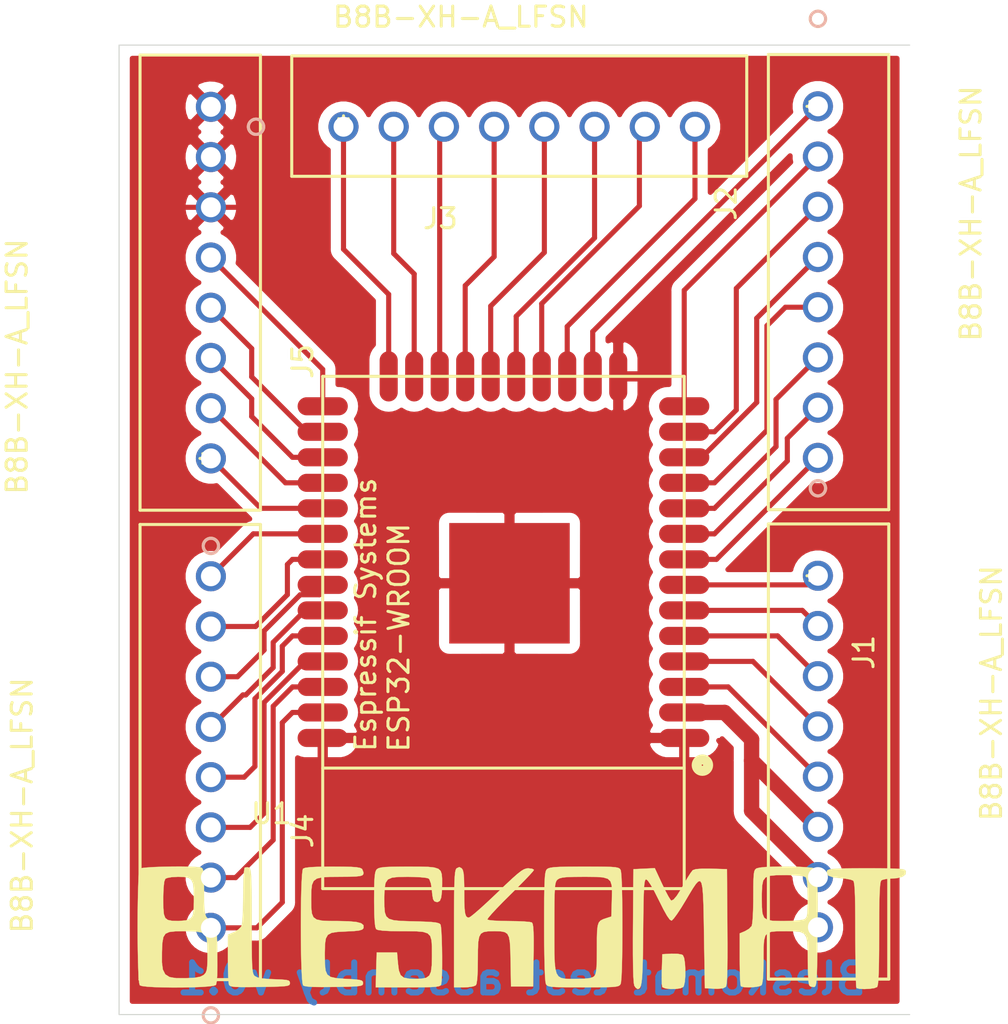
<source format=kicad_pcb>
(kicad_pcb (version 20171130) (host pcbnew 5.1.7-a382d34a8~88~ubuntu18.04.1)

  (general
    (thickness 1.6)
    (drawings 5)
    (tracks 127)
    (zones 0)
    (modules 7)
    (nets 37)
  )

  (page A4)
  (title_block
    (title bleskomat-test-assembly)
    (rev test)
  )

  (layers
    (0 F.Cu signal)
    (31 B.Cu signal)
    (32 B.Adhes user)
    (33 F.Adhes user)
    (34 B.Paste user)
    (35 F.Paste user)
    (36 B.SilkS user)
    (37 F.SilkS user)
    (38 B.Mask user)
    (39 F.Mask user)
    (40 Dwgs.User user)
    (41 Cmts.User user)
    (42 Eco1.User user)
    (43 Eco2.User user)
    (44 Edge.Cuts user)
    (45 Margin user)
    (46 B.CrtYd user)
    (47 F.CrtYd user)
    (48 B.Fab user)
    (49 F.Fab user)
  )

  (setup
    (last_trace_width 0.254)
    (user_trace_width 0.762)
    (trace_clearance 0.2)
    (zone_clearance 0.508)
    (zone_45_only no)
    (trace_min 0.1524)
    (via_size 0.762)
    (via_drill 0.4)
    (via_min_size 0.6858)
    (via_min_drill 0.3)
    (uvia_size 0.6858)
    (uvia_drill 0.1)
    (uvias_allowed no)
    (uvia_min_size 0.6858)
    (uvia_min_drill 0.1)
    (edge_width 0.05)
    (segment_width 0.2)
    (pcb_text_width 0.3)
    (pcb_text_size 1.5 1.5)
    (mod_edge_width 0.12)
    (mod_text_size 1 1)
    (mod_text_width 0.15)
    (pad_size 1.524 1.524)
    (pad_drill 0.762)
    (pad_to_mask_clearance 0.000051)
    (aux_axis_origin 0 0)
    (visible_elements FFFFFF7F)
    (pcbplotparams
      (layerselection 0x010fc_ffffffff)
      (usegerberextensions false)
      (usegerberattributes true)
      (usegerberadvancedattributes true)
      (creategerberjobfile true)
      (excludeedgelayer true)
      (linewidth 0.100000)
      (plotframeref false)
      (viasonmask false)
      (mode 1)
      (useauxorigin false)
      (hpglpennumber 1)
      (hpglpenspeed 20)
      (hpglpendiameter 15.000000)
      (psnegative false)
      (psa4output false)
      (plotreference true)
      (plotvalue true)
      (plotinvisibletext false)
      (padsonsilk false)
      (subtractmaskfromsilk false)
      (outputformat 1)
      (mirror false)
      (drillshape 0)
      (scaleselection 1)
      (outputdirectory "gerbers/"))
  )

  (net 0 "")
  (net 1 "Net-(J1-Pad1)")
  (net 2 "Net-(J1-Pad2)")
  (net 3 "Net-(J1-Pad3)")
  (net 4 "Net-(J1-Pad4)")
  (net 5 "Net-(J1-Pad5)")
  (net 6 "Net-(J1-Pad6)")
  (net 7 "Net-(J2-Pad8)")
  (net 8 "Net-(J2-Pad7)")
  (net 9 "Net-(J2-Pad6)")
  (net 10 "Net-(J2-Pad5)")
  (net 11 "Net-(J2-Pad4)")
  (net 12 "Net-(J2-Pad3)")
  (net 13 "Net-(J2-Pad2)")
  (net 14 "Net-(J2-Pad1)")
  (net 15 "Net-(J3-Pad1)")
  (net 16 "Net-(J3-Pad2)")
  (net 17 "Net-(J3-Pad3)")
  (net 18 "Net-(J3-Pad4)")
  (net 19 "Net-(J3-Pad5)")
  (net 20 "Net-(J3-Pad6)")
  (net 21 "Net-(J3-Pad7)")
  (net 22 "Net-(J3-Pad8)")
  (net 23 "Net-(J4-Pad8)")
  (net 24 "Net-(J4-Pad7)")
  (net 25 "Net-(J4-Pad6)")
  (net 26 "Net-(J4-Pad5)")
  (net 27 "Net-(J4-Pad4)")
  (net 28 "Net-(J4-Pad3)")
  (net 29 "Net-(J4-Pad2)")
  (net 30 "Net-(J4-Pad1)")
  (net 31 "Net-(J5-Pad1)")
  (net 32 "Net-(J5-Pad2)")
  (net 33 "Net-(J5-Pad3)")
  (net 34 "Net-(J5-Pad4)")
  (net 35 "Net-(J5-Pad5)")
  (net 36 GND)

  (net_class Default "This is the default net class."
    (clearance 0.2)
    (trace_width 0.254)
    (via_dia 0.762)
    (via_drill 0.4)
    (uvia_dia 0.6858)
    (uvia_drill 0.1)
    (add_net GND)
    (add_net "Net-(J1-Pad1)")
    (add_net "Net-(J1-Pad2)")
    (add_net "Net-(J1-Pad3)")
    (add_net "Net-(J1-Pad4)")
    (add_net "Net-(J1-Pad5)")
    (add_net "Net-(J1-Pad6)")
    (add_net "Net-(J2-Pad1)")
    (add_net "Net-(J2-Pad2)")
    (add_net "Net-(J2-Pad3)")
    (add_net "Net-(J2-Pad4)")
    (add_net "Net-(J2-Pad5)")
    (add_net "Net-(J2-Pad6)")
    (add_net "Net-(J2-Pad7)")
    (add_net "Net-(J2-Pad8)")
    (add_net "Net-(J3-Pad1)")
    (add_net "Net-(J3-Pad2)")
    (add_net "Net-(J3-Pad3)")
    (add_net "Net-(J3-Pad4)")
    (add_net "Net-(J3-Pad5)")
    (add_net "Net-(J3-Pad6)")
    (add_net "Net-(J3-Pad7)")
    (add_net "Net-(J3-Pad8)")
    (add_net "Net-(J4-Pad1)")
    (add_net "Net-(J4-Pad2)")
    (add_net "Net-(J4-Pad3)")
    (add_net "Net-(J4-Pad4)")
    (add_net "Net-(J4-Pad5)")
    (add_net "Net-(J4-Pad6)")
    (add_net "Net-(J4-Pad7)")
    (add_net "Net-(J4-Pad8)")
    (add_net "Net-(J5-Pad1)")
    (add_net "Net-(J5-Pad2)")
    (add_net "Net-(J5-Pad3)")
    (add_net "Net-(J5-Pad4)")
    (add_net "Net-(J5-Pad5)")
  )

  (module bleskomat-footprints:bleskomat-logo (layer F.Cu) (tedit 0) (tstamp 602B36D6)
    (at 139.446 104.902)
    (fp_text reference G*** (at 0 0) (layer F.SilkS) hide
      (effects (font (size 1.524 1.524) (thickness 0.3)))
    )
    (fp_text value LOGO (at 0.75 0) (layer F.SilkS) hide
      (effects (font (size 1.524 1.524) (thickness 0.3)))
    )
    (fp_poly (pts (xy 6.985226 -2.163118) (xy 7.146252 -1.830446) (xy 7.287717 -1.564227) (xy 7.391796 -1.396519)
      (xy 7.434771 -1.354666) (xy 7.548438 -1.412987) (xy 7.702705 -1.595914) (xy 7.906494 -1.9154)
      (xy 8.076635 -2.214439) (xy 8.242339 -2.500317) (xy 8.391576 -2.732756) (xy 8.494994 -2.866387)
      (xy 8.503252 -2.873896) (xy 8.655889 -2.922269) (xy 8.95674 -2.946882) (xy 9.386146 -2.946184)
      (xy 9.410639 -2.945457) (xy 10.202333 -2.921) (xy 10.224639 -0.052382) (xy 10.2294 0.793352)
      (xy 10.229048 1.481053) (xy 10.223293 2.021952) (xy 10.211848 2.427282) (xy 10.194421 2.708274)
      (xy 10.170724 2.876161) (xy 10.147601 2.93594) (xy 10.002813 3.012332) (xy 9.726696 3.035467)
      (xy 9.574961 3.030655) (xy 9.101667 3.005667) (xy 9.059333 0.338667) (xy 9.045964 -0.478436)
      (xy 9.031329 -1.134865) (xy 9.010758 -1.639246) (xy 8.979587 -2.000205) (xy 8.933149 -2.226367)
      (xy 8.866775 -2.326358) (xy 8.7758 -2.308804) (xy 8.655556 -2.18233) (xy 8.501377 -1.955562)
      (xy 8.308596 -1.637125) (xy 8.142858 -1.355228) (xy 7.921913 -0.992806) (xy 7.72054 -0.68778)
      (xy 7.55848 -0.468308) (xy 7.455472 -0.362549) (xy 7.443385 -0.357459) (xy 7.355155 -0.408503)
      (xy 7.221963 -0.593175) (xy 7.038629 -0.919799) (xy 6.811488 -1.372897) (xy 6.586751 -1.817719)
      (xy 6.399601 -2.14921) (xy 6.259152 -2.352342) (xy 6.180667 -2.413) (xy 6.144414 -2.394314)
      (xy 6.115148 -2.327091) (xy 6.091915 -2.19458) (xy 6.073756 -1.98003) (xy 6.059717 -1.666692)
      (xy 6.048842 -1.237816) (xy 6.040173 -0.67665) (xy 6.032755 0.033556) (xy 6.031256 0.20449)
      (xy 6.023258 0.979378) (xy 6.012858 1.60131) (xy 5.998434 2.086663) (xy 5.978366 2.451812)
      (xy 5.951036 2.713134) (xy 5.914821 2.887003) (xy 5.868103 2.989797) (xy 5.809261 3.037892)
      (xy 5.749945 3.048) (xy 5.658051 2.982314) (xy 5.589833 2.882092) (xy 5.562531 2.740942)
      (xy 5.541787 2.433871) (xy 5.527674 1.964172) (xy 5.520264 1.335134) (xy 5.519632 0.550046)
      (xy 5.523354 -0.102408) (xy 5.545667 -2.921) (xy 6.077832 -2.946284) (xy 6.609998 -2.971569)
      (xy 6.985226 -2.163118)) (layer F.SilkS) (width 0.01))
    (fp_poly (pts (xy 7.730956 1.289624) (xy 7.94804 1.329633) (xy 8.007873 1.360371) (xy 8.069309 1.495206)
      (xy 8.110279 1.746844) (xy 8.130183 2.06392) (xy 8.128422 2.395074) (xy 8.104395 2.688944)
      (xy 8.057502 2.894165) (xy 8.0264 2.9464) (xy 7.882068 3.010466) (xy 7.64811 3.043409)
      (xy 7.383581 3.045845) (xy 7.147535 3.01839) (xy 6.999028 2.961661) (xy 6.978835 2.935466)
      (xy 6.962098 2.80414) (xy 6.954274 2.549456) (xy 6.956342 2.217203) (xy 6.960326 2.067633)
      (xy 6.985 1.312334) (xy 7.436373 1.286504) (xy 7.730956 1.289624)) (layer F.SilkS) (width 0.01))
    (fp_poly (pts (xy 17.767489 -2.962185) (xy 18.241318 -2.957764) (xy 18.58715 -2.948606) (xy 18.82565 -2.933244)
      (xy 18.977481 -2.910214) (xy 19.063305 -2.87805) (xy 19.103788 -2.835288) (xy 19.108747 -2.82409)
      (xy 19.096321 -2.663527) (xy 18.938471 -2.541532) (xy 18.65694 -2.469675) (xy 18.415751 -2.455333)
      (xy 18.146846 -2.436506) (xy 17.942645 -2.388514) (xy 17.8816 -2.353733) (xy 17.850154 -2.270921)
      (xy 17.825152 -2.084101) (xy 17.806133 -1.781229) (xy 17.792634 -1.35026) (xy 17.784195 -0.779152)
      (xy 17.780353 -0.055861) (xy 17.78 0.296333) (xy 17.777952 1.087158) (xy 17.771501 1.72074)
      (xy 17.760184 2.209121) (xy 17.743541 2.564346) (xy 17.721109 2.798459) (xy 17.692427 2.923503)
      (xy 17.6784 2.9464) (xy 17.544485 3.000329) (xy 17.310825 3.035284) (xy 17.04215 3.048422)
      (xy 16.80319 3.036896) (xy 16.658674 2.997861) (xy 16.651111 2.991556) (xy 16.637097 2.895899)
      (xy 16.624351 2.651962) (xy 16.61332 2.280793) (xy 16.604452 1.803443) (xy 16.598193 1.240962)
      (xy 16.594992 0.614401) (xy 16.594667 0.334923) (xy 16.592971 -0.445229) (xy 16.587519 -1.070047)
      (xy 16.577758 -1.553503) (xy 16.563139 -1.909567) (xy 16.543111 -2.152208) (xy 16.517122 -2.295398)
      (xy 16.488833 -2.350274) (xy 16.352497 -2.400714) (xy 16.105025 -2.445984) (xy 15.852573 -2.471968)
      (xy 15.472577 -2.519262) (xy 15.247614 -2.601551) (xy 15.165821 -2.725197) (xy 15.183767 -2.830642)
      (xy 15.219128 -2.874042) (xy 15.301103 -2.907001) (xy 15.450033 -2.930894) (xy 15.686259 -2.947097)
      (xy 16.030121 -2.956987) (xy 16.501961 -2.96194) (xy 17.122118 -2.963332) (xy 17.145 -2.963333)
      (xy 17.767489 -2.962185)) (layer F.SilkS) (width 0.01))
    (fp_poly (pts (xy -16.610251 -3.048294) (xy -16.272581 -3.035133) (xy -16.039859 -3.01336) (xy -15.966592 -2.996608)
      (xy -15.912036 -2.952291) (xy -15.874255 -2.851015) (xy -15.850381 -2.666736) (xy -15.83755 -2.373409)
      (xy -15.832897 -1.944989) (xy -15.832667 -1.779308) (xy -15.830718 -1.293361) (xy -15.818741 -0.946698)
      (xy -15.787542 -0.709274) (xy -15.727927 -0.551043) (xy -15.630701 -0.441958) (xy -15.486669 -0.351973)
      (xy -15.379137 -0.297229) (xy -15.313356 -0.256598) (xy -15.265162 -0.193447) (xy -15.231279 -0.082825)
      (xy -15.208431 0.100216) (xy -15.19334 0.380626) (xy -15.18273 0.783353) (xy -15.174458 1.261274)
      (xy -15.169699 1.885538) (xy -15.178035 2.348883) (xy -15.199836 2.659247) (xy -15.23547 2.824564)
      (xy -15.248325 2.846364) (xy -15.363804 2.886142) (xy -15.617609 2.918561) (xy -15.978888 2.943494)
      (xy -16.416787 2.960818) (xy -16.900454 2.970406) (xy -17.399036 2.972133) (xy -17.88168 2.965875)
      (xy -18.317534 2.951505) (xy -18.675745 2.928899) (xy -18.92546 2.89793) (xy -19.033067 2.861734)
      (xy -19.0624 2.749561) (xy -19.08715 2.492652) (xy -19.107316 2.11554) (xy -19.120304 1.721451)
      (xy -17.932053 1.721451) (xy -17.883914 2.078898) (xy -17.76445 2.314143) (xy -17.55147 2.449673)
      (xy -17.222786 2.507975) (xy -16.756208 2.511535) (xy -16.659205 2.508224) (xy -16.272893 2.481316)
      (xy -16.017226 2.430216) (xy -15.85427 2.3467) (xy -15.833705 2.329273) (xy -15.754562 2.23796)
      (xy -15.704229 2.112606) (xy -15.676456 1.916451) (xy -15.664997 1.612739) (xy -15.663333 1.327045)
      (xy -15.668701 0.865009) (xy -15.70224 0.545866) (xy -15.790109 0.343183) (xy -15.958465 0.230531)
      (xy -16.233464 0.181481) (xy -16.641265 0.169601) (xy -16.809089 0.169334) (xy -17.255157 0.174387)
      (xy -17.559982 0.207068) (xy -17.751647 0.29366) (xy -17.858237 0.460445) (xy -17.907837 0.733706)
      (xy -17.928531 1.139725) (xy -17.931053 1.219316) (xy -17.932053 1.721451) (xy -19.120304 1.721451)
      (xy -19.122898 1.642759) (xy -19.133897 1.098844) (xy -19.140311 0.508329) (xy -19.142142 -0.104253)
      (xy -19.139389 -0.714367) (xy -19.132052 -1.297478) (xy -19.129157 -1.426607) (xy -17.864667 -1.426607)
      (xy -17.859976 -0.982511) (xy -17.833175 -0.680285) (xy -17.76517 -0.49249) (xy -17.636864 -0.391689)
      (xy -17.429166 -0.350445) (xy -17.122979 -0.341321) (xy -17.109334 -0.341241) (xy -16.737394 -0.371063)
      (xy -16.508557 -0.467621) (xy -16.4955 -0.478789) (xy -16.421853 -0.57152) (xy -16.37543 -0.712271)
      (xy -16.35048 -0.936994) (xy -16.34125 -1.28164) (xy -16.340667 -1.446408) (xy -16.348311 -1.89421)
      (xy -16.38428 -2.199855) (xy -16.468125 -2.390291) (xy -16.6194 -2.492469) (xy -16.857656 -2.533336)
      (xy -17.134114 -2.54) (xy -17.437372 -2.524213) (xy -17.668352 -2.482717) (xy -17.763067 -2.4384)
      (xy -17.81632 -2.292823) (xy -17.850317 -1.986235) (xy -17.864325 -1.525942) (xy -17.864667 -1.426607)
      (xy -19.129157 -1.426607) (xy -19.120132 -1.829053) (xy -19.103627 -2.284557) (xy -19.082539 -2.639456)
      (xy -19.056867 -2.869216) (xy -19.033067 -2.9464) (xy -18.920568 -2.977815) (xy -18.673065 -3.004546)
      (xy -18.324837 -3.026032) (xy -17.910163 -3.04171) (xy -17.463321 -3.051021) (xy -17.018591 -3.053403)
      (xy -16.610251 -3.048294)) (layer F.SilkS) (width 0.01))
    (fp_poly (pts (xy -13.596641 -2.996883) (xy -13.558394 -2.966534) (xy -13.528046 -2.896433) (xy -13.504709 -2.769078)
      (xy -13.487496 -2.566969) (xy -13.475517 -2.272606) (xy -13.467887 -1.868487) (xy -13.463716 -1.337114)
      (xy -13.462118 -0.660984) (xy -13.462 -0.34273) (xy -13.461349 0.394044) (xy -13.458715 0.97994)
      (xy -13.453083 1.433409) (xy -13.443434 1.772901) (xy -13.428751 2.016871) (xy -13.408016 2.183767)
      (xy -13.380211 2.292044) (xy -13.34432 2.360151) (xy -13.310945 2.396459) (xy -13.176783 2.469506)
      (xy -12.946483 2.518523) (xy -12.590897 2.548447) (xy -12.358445 2.557748) (xy -11.984962 2.572029)
      (xy -11.749446 2.592145) (xy -11.620537 2.625681) (xy -11.566877 2.680226) (xy -11.557 2.751667)
      (xy -11.564846 2.812537) (xy -11.603854 2.857316) (xy -11.697229 2.888995) (xy -11.868174 2.910564)
      (xy -12.139894 2.925015) (xy -12.535594 2.935336) (xy -13.050041 2.944081) (xy -13.593228 2.95083)
      (xy -13.990529 2.950651) (xy -14.265307 2.941838) (xy -14.44093 2.922687) (xy -14.540761 2.891492)
      (xy -14.588167 2.846548) (xy -14.595207 2.831323) (xy -14.61423 2.700129) (xy -14.630143 2.43486)
      (xy -14.641547 2.070767) (xy -14.647044 1.6431) (xy -14.647333 1.518212) (xy -14.647333 0.340939)
      (xy -14.357815 0.219971) (xy -14.13826 0.093226) (xy -13.986441 -0.055717) (xy -13.976815 -0.071933)
      (xy -13.941583 -0.224183) (xy -13.913676 -0.520959) (xy -13.894574 -0.937557) (xy -13.885758 -1.449269)
      (xy -13.885333 -1.598104) (xy -13.880755 -2.060103) (xy -13.868107 -2.460503) (xy -13.849018 -2.769635)
      (xy -13.825118 -2.957826) (xy -13.808307 -3.000944) (xy -13.670201 -3.015717) (xy -13.596641 -2.996883)) (layer F.SilkS) (width 0.01))
    (fp_poly (pts (xy -8.900473 -3.045212) (xy -8.512595 -3.035491) (xy -8.246288 -3.016799) (xy -8.077704 -2.987099)
      (xy -7.982999 -2.944356) (xy -7.959562 -2.922078) (xy -7.894202 -2.755888) (xy -7.904204 -2.668078)
      (xy -7.952728 -2.614219) (xy -8.067006 -2.577366) (xy -8.272997 -2.554635) (xy -8.59666 -2.543142)
      (xy -9.056676 -2.54) (xy -9.581173 -2.536344) (xy -9.960026 -2.513002) (xy -10.216922 -2.451415)
      (xy -10.375547 -2.333024) (xy -10.459587 -2.139269) (xy -10.492729 -1.85159) (xy -10.498659 -1.451429)
      (xy -10.498667 -1.410122) (xy -10.494337 -1.006005) (xy -10.464866 -0.718917) (xy -10.385532 -0.52885)
      (xy -10.231611 -0.415798) (xy -9.978382 -0.359752) (xy -9.601122 -0.340707) (xy -9.174682 -0.338666)
      (xy -8.63704 -0.327687) (xy -8.253584 -0.292138) (xy -8.010432 -0.228106) (xy -7.893702 -0.131675)
      (xy -7.889511 0.001069) (xy -7.896707 0.021717) (xy -7.958762 0.086737) (xy -8.104883 0.131638)
      (xy -8.363451 0.161671) (xy -8.762846 0.182084) (xy -8.764043 0.182127) (xy -9.18976 0.203567)
      (xy -9.482466 0.250106) (xy -9.667064 0.349361) (xy -9.768454 0.528946) (xy -9.811537 0.816477)
      (xy -9.821215 1.239569) (xy -9.821333 1.354667) (xy -9.815759 1.810876) (xy -9.782112 2.125832)
      (xy -9.695009 2.327591) (xy -9.529064 2.444213) (xy -9.258893 2.503756) (xy -8.859111 2.534277)
      (xy -8.748941 2.54) (xy -8.366702 2.562232) (xy -8.123021 2.587174) (xy -7.987202 2.62263)
      (xy -7.928545 2.676406) (xy -7.916333 2.751667) (xy -7.924403 2.813466) (xy -7.964349 2.858661)
      (xy -8.059782 2.890401) (xy -8.234309 2.911838) (xy -8.511538 2.926124) (xy -8.915078 2.936408)
      (xy -9.357982 2.944085) (xy -9.942228 2.949421) (xy -10.373645 2.943536) (xy -10.668418 2.925588)
      (xy -10.842735 2.894733) (xy -10.903148 2.863652) (xy -10.93287 2.751094) (xy -10.957999 2.493812)
      (xy -10.978528 2.116346) (xy -10.994449 1.643236) (xy -11.005753 1.099022) (xy -11.012432 0.508246)
      (xy -11.014479 -0.104553) (xy -11.011884 -0.714833) (xy -11.004641 -1.298054) (xy -10.992741 -1.829677)
      (xy -10.976175 -2.28516) (xy -10.954936 -2.639963) (xy -10.929016 -2.869545) (xy -10.905067 -2.9464)
      (xy -10.790017 -2.989958) (xy -10.53837 -3.020903) (xy -10.140091 -3.039926) (xy -9.585147 -3.047722)
      (xy -9.433767 -3.048) (xy -8.900473 -3.045212)) (layer F.SilkS) (width 0.01))
    (fp_poly (pts (xy -5.097738 -3.046572) (xy -4.670309 -3.035138) (xy -4.368545 -3.002967) (xy -4.170615 -2.939331)
      (xy -4.054685 -2.833502) (xy -3.998922 -2.67475) (xy -3.981493 -2.452346) (xy -3.98049 -2.216452)
      (xy -3.99118 -1.787425) (xy -4.025788 -1.504276) (xy -4.091243 -1.344402) (xy -4.194475 -1.285203)
      (xy -4.265537 -1.286724) (xy -4.366582 -1.322614) (xy -4.428237 -1.420709) (xy -4.466239 -1.620583)
      (xy -4.487381 -1.844617) (xy -4.536992 -2.201832) (xy -4.615296 -2.414296) (xy -4.656714 -2.457154)
      (xy -4.790467 -2.490417) (xy -5.052087 -2.517215) (xy -5.400139 -2.534274) (xy -5.689033 -2.538703)
      (xy -6.153809 -2.532718) (xy -6.475588 -2.49674) (xy -6.680621 -2.406081) (xy -6.795163 -2.23605)
      (xy -6.845465 -1.961959) (xy -6.85778 -1.559116) (xy -6.858 -1.439333) (xy -6.854969 -1.050539)
      (xy -6.830327 -0.76762) (xy -6.760752 -0.573062) (xy -6.622922 -0.449346) (xy -6.393514 -0.378958)
      (xy -6.049207 -0.344379) (xy -5.566678 -0.328095) (xy -5.372651 -0.323739) (xy -4.868543 -0.309107)
      (xy -4.509647 -0.289365) (xy -4.271858 -0.261674) (xy -4.131068 -0.223193) (xy -4.063173 -0.171083)
      (xy -4.062045 -0.169333) (xy -4.036324 -0.046518) (xy -4.015009 0.210214) (xy -3.998469 0.565496)
      (xy -3.987073 0.983959) (xy -3.98119 1.430236) (xy -3.98119 1.868958) (xy -3.987443 2.264759)
      (xy -4.000317 2.582269) (xy -4.020181 2.786121) (xy -4.030725 2.829409) (xy -4.068542 2.876753)
      (xy -4.155281 2.911666) (xy -4.313224 2.935953) (xy -4.564655 2.951417) (xy -4.931857 2.959864)
      (xy -5.437111 2.963096) (xy -5.684687 2.963334) (xy -7.287257 2.963334) (xy -7.263129 2.0955)
      (xy -7.239 1.227667) (xy -6.223 1.227667) (xy -6.180667 1.744007) (xy -6.133921 2.117165)
      (xy -6.045954 2.352229) (xy -5.883862 2.480236) (xy -5.614741 2.53222) (xy -5.336755 2.54)
      (xy -5.002283 2.530274) (xy -4.769301 2.483913) (xy -4.619568 2.375143) (xy -4.534838 2.17819)
      (xy -4.49687 1.867279) (xy -4.487419 1.416639) (xy -4.487333 1.339956) (xy -4.489207 0.920297)
      (xy -4.510332 0.615182) (xy -4.573969 0.406369) (xy -4.703376 0.275615) (xy -4.921812 0.204679)
      (xy -5.252535 0.175319) (xy -5.718806 0.169293) (xy -5.9799 0.169334) (xy -6.539492 0.16242)
      (xy -6.937084 0.141321) (xy -7.179459 0.105502) (xy -7.2644 0.067733) (xy -7.307881 -0.047073)
      (xy -7.338794 -0.298224) (xy -7.357836 -0.695801) (xy -7.365699 -1.249886) (xy -7.366 -1.407886)
      (xy -7.363404 -1.939371) (xy -7.354134 -2.326736) (xy -7.335971 -2.595133) (xy -7.306693 -2.769715)
      (xy -7.26408 -2.875637) (xy -7.232953 -2.914952) (xy -7.156552 -2.965254) (xy -7.026982 -3.00149)
      (xy -6.819581 -3.025763) (xy -6.509687 -3.040175) (xy -6.072641 -3.04683) (xy -5.672667 -3.048)
      (xy -5.097738 -3.046572)) (layer F.SilkS) (width 0.01))
    (fp_poly (pts (xy -3.005667 -2.963333) (xy -2.9496 -2.880818) (xy -2.91195 -2.725192) (xy -2.889711 -2.469321)
      (xy -2.879877 -2.086069) (xy -2.878667 -1.816891) (xy -2.874971 -1.312767) (xy -2.861146 -0.954398)
      (xy -2.833086 -0.718314) (xy -2.786685 -0.581045) (xy -2.717835 -0.519119) (xy -2.649672 -0.508)
      (xy -2.553264 -0.564516) (xy -2.356219 -0.722393) (xy -2.078501 -0.964122) (xy -1.740072 -1.272196)
      (xy -1.360894 -1.629108) (xy -1.249875 -1.735667) (xy -0.815478 -2.151814) (xy -0.482213 -2.463104)
      (xy -0.23135 -2.684293) (xy -0.044163 -2.830139) (xy 0.098078 -2.915398) (xy 0.214101 -2.954827)
      (xy 0.308189 -2.963333) (xy 0.499309 -2.942225) (xy 0.59122 -2.890589) (xy 0.592667 -2.882429)
      (xy 0.53477 -2.800852) (xy 0.373436 -2.621212) (xy 0.127199 -2.362906) (xy -0.185407 -2.04533)
      (xy -0.545849 -1.687883) (xy -0.590876 -1.643779) (xy -0.952662 -1.284124) (xy -1.265128 -0.962429)
      (xy -1.510588 -0.697831) (xy -1.671358 -0.509468) (xy -1.729753 -0.416475) (xy -1.728879 -0.41235)
      (xy -1.631342 -0.383883) (xy -1.398886 -0.360306) (xy -1.065908 -0.344014) (xy -0.666803 -0.337398)
      (xy -0.65117 -0.33737) (xy -0.242823 -0.331494) (xy 0.107972 -0.316448) (xy 0.36408 -0.294503)
      (xy 0.488364 -0.267929) (xy 0.488801 -0.267657) (xy 0.5286 -0.200393) (xy 0.556297 -0.044815)
      (xy 0.572859 0.217662) (xy 0.579251 0.605623) (xy 0.57644 1.137655) (xy 0.573468 1.36088)
      (xy 0.550333 2.921) (xy -0.550333 2.921) (xy -0.572867 1.651) (xy -0.584396 1.118341)
      (xy -0.605984 0.731623) (xy -0.650787 0.467481) (xy -0.731961 0.302552) (xy -0.862661 0.21347)
      (xy -1.056042 0.176871) (xy -1.325261 0.169392) (xy -1.407135 0.169333) (xy -1.697226 0.17506)
      (xy -1.906399 0.208095) (xy -2.047879 0.292222) (xy -2.134889 0.451226) (xy -2.180652 0.708891)
      (xy -2.198392 1.089) (xy -2.201333 1.597781) (xy -2.208481 2.153847) (xy -2.230256 2.547392)
      (xy -2.267159 2.78464) (xy -2.302933 2.861734) (xy -2.43866 2.91722) (xy -2.68267 2.954123)
      (xy -2.8956 2.963334) (xy -3.386667 2.963334) (xy -3.386667 0.0527) (xy -3.385779 -0.74146)
      (xy -3.382654 -1.382767) (xy -3.376597 -1.887695) (xy -3.366916 -2.272715) (xy -3.352916 -2.554302)
      (xy -3.333903 -2.748928) (xy -3.309185 -2.873067) (xy -3.278067 -2.943191) (xy -3.259667 -2.963333)
      (xy -3.124154 -3.026052) (xy -3.005667 -2.963333)) (layer F.SilkS) (width 0.01))
    (fp_poly (pts (xy 3.67737 -3.047093) (xy 4.114716 -3.043006) (xy 4.428148 -3.033688) (xy 4.640373 -3.017091)
      (xy 4.7741 -2.991165) (xy 4.852036 -2.953859) (xy 4.896888 -2.903125) (xy 4.907688 -2.884233)
      (xy 4.934098 -2.748038) (xy 4.956186 -2.452427) (xy 4.973647 -2.007269) (xy 4.986177 -1.422433)
      (xy 4.993471 -0.707789) (xy 4.995333 -0.042333) (xy 4.992491 0.769981) (xy 4.984167 1.460461)
      (xy 4.970667 2.019237) (xy 4.952293 2.43644) (xy 4.929352 2.702201) (xy 4.907688 2.799566)
      (xy 4.869034 2.854279) (xy 4.80476 2.89526) (xy 4.692477 2.924483) (xy 4.509797 2.943918)
      (xy 4.234331 2.955537) (xy 3.84369 2.961313) (xy 3.315486 2.963215) (xy 3.048 2.963334)
      (xy 2.455523 2.962467) (xy 2.009987 2.958554) (xy 1.689003 2.949623) (xy 1.470184 2.933701)
      (xy 1.331139 2.908818) (xy 1.249481 2.873002) (xy 1.202821 2.824281) (xy 1.188312 2.799566)
      (xy 1.161999 2.663536) (xy 1.13998 2.367873) (xy 1.122551 1.922229) (xy 1.110005 1.336258)
      (xy 1.103444 0.697957) (xy 1.608105 0.697957) (xy 1.611438 1.273502) (xy 1.626196 1.715096)
      (xy 1.659908 2.04041) (xy 1.720102 2.267115) (xy 1.814307 2.412883) (xy 1.950052 2.495386)
      (xy 2.134867 2.532295) (xy 2.376281 2.541281) (xy 2.681821 2.540016) (xy 2.703286 2.54)
      (xy 3.105328 2.53172) (xy 3.3711 2.503646) (xy 3.533006 2.450928) (xy 3.592286 2.406953)
      (xy 3.645784 2.324736) (xy 3.683292 2.185181) (xy 3.707339 1.961921) (xy 3.720455 1.628586)
      (xy 3.72517 1.158809) (xy 3.725333 1.02032) (xy 3.726907 0.514072) (xy 3.737245 0.149965)
      (xy 3.764776 -0.099192) (xy 3.817924 -0.260592) (xy 3.905118 -0.361426) (xy 4.034783 -0.428885)
      (xy 4.191 -0.482328) (xy 4.445 -0.564059) (xy 4.469365 -1.393662) (xy 4.478793 -1.810902)
      (xy 4.463361 -2.112204) (xy 4.399917 -2.316436) (xy 4.265308 -2.442465) (xy 4.036384 -2.509159)
      (xy 3.689992 -2.535384) (xy 3.20298 -2.540008) (xy 3.062711 -2.54) (xy 2.581098 -2.536628)
      (xy 2.239759 -2.524432) (xy 2.00973 -2.500286) (xy 1.862046 -2.461068) (xy 1.767744 -2.403653)
      (xy 1.7635 -2.399878) (xy 1.716592 -2.346223) (xy 1.680192 -2.267018) (xy 1.652982 -2.142096)
      (xy 1.633644 -1.95129) (xy 1.620861 -1.674433) (xy 1.613318 -1.291358) (xy 1.609695 -0.781898)
      (xy 1.608676 -0.125886) (xy 1.608667 -0.029211) (xy 1.608105 0.697957) (xy 1.103444 0.697957)
      (xy 1.102638 0.619613) (xy 1.100667 -0.073053) (xy 1.101561 -0.834394) (xy 1.104791 -1.443977)
      (xy 1.111181 -1.919371) (xy 1.121551 -2.278144) (xy 1.136726 -2.537864) (xy 1.157527 -2.716101)
      (xy 1.184778 -2.830421) (xy 1.219299 -2.898395) (xy 1.233714 -2.914952) (xy 1.302768 -2.960964)
      (xy 1.420029 -2.995293) (xy 1.607807 -3.019536) (xy 1.888408 -3.035287) (xy 2.284141 -3.044144)
      (xy 2.817312 -3.047702) (xy 3.093402 -3.048) (xy 3.67737 -3.047093)) (layer F.SilkS) (width 0.01))
    (fp_poly (pts (xy 13.356777 -3.050316) (xy 13.783874 -3.038164) (xy 14.159413 -3.016746) (xy 14.448236 -2.986398)
      (xy 14.615186 -2.947456) (xy 14.638106 -2.932118) (xy 14.666454 -2.837524) (xy 14.688284 -2.623987)
      (xy 14.703824 -2.282356) (xy 14.713301 -1.803478) (xy 14.71694 -1.178201) (xy 14.714968 -0.397373)
      (xy 14.711973 0.051246) (xy 14.705556 0.824156) (xy 14.698897 1.444658) (xy 14.690937 1.929676)
      (xy 14.680616 2.296131) (xy 14.666873 2.560948) (xy 14.648649 2.741049) (xy 14.624884 2.853359)
      (xy 14.594519 2.914799) (xy 14.556493 2.942294) (xy 14.530479 2.949362) (xy 14.363441 2.922625)
      (xy 14.298942 2.865831) (xy 14.272216 2.742533) (xy 14.249748 2.484853) (xy 14.233569 2.127726)
      (xy 14.225715 1.706089) (xy 14.225296 1.600622) (xy 14.222556 1.078331) (xy 14.203252 0.701593)
      (xy 14.148725 0.446639) (xy 14.040313 0.289703) (xy 13.859355 0.207015) (xy 13.587191 0.174809)
      (xy 13.20516 0.169317) (xy 13.101547 0.169334) (xy 12.707462 0.17141) (xy 12.423293 0.193492)
      (xy 12.231082 0.259358) (xy 12.112869 0.392787) (xy 12.050694 0.617556) (xy 12.026598 0.957445)
      (xy 12.022621 1.436233) (xy 12.022667 1.597781) (xy 12.015519 2.153847) (xy 11.993744 2.547392)
      (xy 11.956841 2.78464) (xy 11.921067 2.861733) (xy 11.787151 2.915662) (xy 11.553492 2.950618)
      (xy 11.284817 2.963755) (xy 11.045857 2.952229) (xy 10.90134 2.913194) (xy 10.893778 2.906889)
      (xy 10.874174 2.806705) (xy 10.857528 2.567979) (xy 10.845132 2.221493) (xy 10.838278 1.798031)
      (xy 10.837333 1.562494) (xy 10.837333 0.274544) (xy 11.094569 0.167993) (xy 11.300495 0.047791)
      (xy 11.433236 -0.090712) (xy 11.461458 -0.225355) (xy 11.485437 -0.495948) (xy 11.50332 -0.869127)
      (xy 11.513256 -1.311527) (xy 11.51419 -1.474592) (xy 11.938 -1.474592) (xy 11.942483 -1.017664)
      (xy 11.973355 -0.703379) (xy 12.056751 -0.505046) (xy 12.218807 -0.395973) (xy 12.485657 -0.349471)
      (xy 12.883437 -0.338848) (xy 13.05028 -0.338666) (xy 13.428626 -0.347167) (xy 13.756205 -0.370024)
      (xy 13.987327 -0.403272) (xy 14.060233 -0.426312) (xy 14.131916 -0.480504) (xy 14.179156 -0.572578)
      (xy 14.206926 -0.73416) (xy 14.2202 -0.996873) (xy 14.223951 -1.392342) (xy 14.224 -1.467712)
      (xy 14.214108 -1.973829) (xy 14.184696 -2.320763) (xy 14.136156 -2.504422) (xy 14.1224 -2.523067)
      (xy 13.976936 -2.576528) (xy 13.672328 -2.610624) (xy 13.217759 -2.624409) (xy 13.134233 -2.624667)
      (xy 12.663338 -2.619973) (xy 12.335766 -2.589222) (xy 12.125509 -2.507411) (xy 12.006562 -2.349536)
      (xy 11.952917 -2.090594) (xy 11.938567 -1.705581) (xy 11.938 -1.474592) (xy 11.51419 -1.474592)
      (xy 11.514667 -1.557788) (xy 11.516149 -2.059232) (xy 11.52265 -2.417741) (xy 11.537252 -2.659701)
      (xy 11.563034 -2.811498) (xy 11.603077 -2.899519) (xy 11.660464 -2.95015) (xy 11.678434 -2.960354)
      (xy 11.835958 -2.999561) (xy 12.117712 -3.027825) (xy 12.488539 -3.045482) (xy 12.91328 -3.052867)
      (xy 13.356777 -3.050316)) (layer F.SilkS) (width 0.01))
  )

  (module "bleskomat-footprints:B8B-XH-A LFSN" (layer F.Cu) (tedit 60240C45) (tstamp 60299684)
    (at 123.952 104.902 90)
    (path /6030DED9)
    (fp_text reference J4 (at 4.826 4.572 90) (layer F.SilkS)
      (effects (font (size 1 1) (thickness 0.15)))
    )
    (fp_text value B8B-XH-A_LFSN (at 6.096 -9.398 90) (layer F.SilkS)
      (effects (font (size 1 1) (thickness 0.15)))
    )
    (fp_circle (center -4.3564 0) (end -3.9754 0) (layer B.SilkS) (width 0.1524))
    (fp_circle (center -4.3564 0) (end -3.9754 0) (layer F.SilkS) (width 0.1524))
    (fp_circle (center 0 -1.905) (end 0.381 -1.905) (layer F.Fab) (width 0.1524))
    (fp_line (start 20.2054 -3.654001) (end -2.7054 -3.654001) (layer F.CrtYd) (width 0.1524))
    (fp_line (start 20.2054 2.594399) (end 20.2054 -3.654001) (layer F.CrtYd) (width 0.1524))
    (fp_line (start -2.7054 2.594399) (end 20.2054 2.594399) (layer F.CrtYd) (width 0.1524))
    (fp_line (start -2.7054 -3.654001) (end -2.7054 2.594399) (layer F.CrtYd) (width 0.1524))
    (fp_line (start -2.4514 -3.400001) (end -2.4514 2.340399) (layer F.Fab) (width 0.1524))
    (fp_line (start 19.9514 -3.400001) (end -2.4514 -3.400001) (layer F.Fab) (width 0.1524))
    (fp_line (start 19.9514 2.340399) (end 19.9514 -3.400001) (layer F.Fab) (width 0.1524))
    (fp_line (start -2.4514 2.340399) (end 19.9514 2.340399) (layer F.Fab) (width 0.1524))
    (fp_line (start -2.5784 -3.527001) (end -2.5784 2.467399) (layer F.SilkS) (width 0.1524))
    (fp_line (start 20.0784 -3.527001) (end -2.5784 -3.527001) (layer F.SilkS) (width 0.1524))
    (fp_line (start 20.0784 2.467399) (end 20.0784 -3.527001) (layer F.SilkS) (width 0.1524))
    (fp_line (start -2.5784 2.467399) (end 20.0784 2.467399) (layer F.SilkS) (width 0.1524))
    (fp_text user "Copyright 2016 Accelerated Designs. All rights reserved." (at 0 0 90) (layer Cmts.User)
      (effects (font (size 0.127 0.127) (thickness 0.002)))
    )
    (pad 8 thru_hole circle (at 17.5 0 90) (size 1.4986 1.4986) (drill 0.9906) (layers *.Cu *.Mask)
      (net 23 "Net-(J4-Pad8)"))
    (pad 7 thru_hole circle (at 15 0 90) (size 1.4986 1.4986) (drill 0.9906) (layers *.Cu *.Mask)
      (net 24 "Net-(J4-Pad7)"))
    (pad 6 thru_hole circle (at 12.5 0 90) (size 1.4986 1.4986) (drill 0.9906) (layers *.Cu *.Mask)
      (net 25 "Net-(J4-Pad6)"))
    (pad 5 thru_hole circle (at 10 0 90) (size 1.4986 1.4986) (drill 0.9906) (layers *.Cu *.Mask)
      (net 26 "Net-(J4-Pad5)"))
    (pad 4 thru_hole circle (at 7.5 0 90) (size 1.4986 1.4986) (drill 0.9906) (layers *.Cu *.Mask)
      (net 27 "Net-(J4-Pad4)"))
    (pad 3 thru_hole circle (at 5 0 90) (size 1.4986 1.4986) (drill 0.9906) (layers *.Cu *.Mask)
      (net 28 "Net-(J4-Pad3)"))
    (pad 2 thru_hole circle (at 2.5 0 90) (size 1.4986 1.4986) (drill 0.9906) (layers *.Cu *.Mask)
      (net 29 "Net-(J4-Pad2)"))
    (pad 1 thru_hole circle (at 0 0 90) (size 1.4986 1.4986) (drill 0.9906) (layers *.Cu *.Mask)
      (net 30 "Net-(J4-Pad1)"))
  )

  (module "bleskomat-footprints:B8B-XH-A LFSN" (layer F.Cu) (tedit 60240C45) (tstamp 602583EB)
    (at 154.178 87.376 270)
    (path /6029253D)
    (fp_text reference J1 (at 3.81 -2.286 90) (layer F.SilkS)
      (effects (font (size 1 1) (thickness 0.15)))
    )
    (fp_text value B8B-XH-A_LFSN (at 5.842 -8.636 90) (layer F.SilkS)
      (effects (font (size 1 1) (thickness 0.15)))
    )
    (fp_line (start -2.5784 2.467399) (end 20.0784 2.467399) (layer F.SilkS) (width 0.1524))
    (fp_line (start 20.0784 2.467399) (end 20.0784 -3.527001) (layer F.SilkS) (width 0.1524))
    (fp_line (start 20.0784 -3.527001) (end -2.5784 -3.527001) (layer F.SilkS) (width 0.1524))
    (fp_line (start -2.5784 -3.527001) (end -2.5784 2.467399) (layer F.SilkS) (width 0.1524))
    (fp_line (start -2.4514 2.340399) (end 19.9514 2.340399) (layer F.Fab) (width 0.1524))
    (fp_line (start 19.9514 2.340399) (end 19.9514 -3.400001) (layer F.Fab) (width 0.1524))
    (fp_line (start 19.9514 -3.400001) (end -2.4514 -3.400001) (layer F.Fab) (width 0.1524))
    (fp_line (start -2.4514 -3.400001) (end -2.4514 2.340399) (layer F.Fab) (width 0.1524))
    (fp_line (start -2.7054 -3.654001) (end -2.7054 2.594399) (layer F.CrtYd) (width 0.1524))
    (fp_line (start -2.7054 2.594399) (end 20.2054 2.594399) (layer F.CrtYd) (width 0.1524))
    (fp_line (start 20.2054 2.594399) (end 20.2054 -3.654001) (layer F.CrtYd) (width 0.1524))
    (fp_line (start 20.2054 -3.654001) (end -2.7054 -3.654001) (layer F.CrtYd) (width 0.1524))
    (fp_circle (center 0 -1.905) (end 0.381 -1.905) (layer F.Fab) (width 0.1524))
    (fp_circle (center -4.3564 0) (end -3.9754 0) (layer F.SilkS) (width 0.1524))
    (fp_circle (center -4.3564 0) (end -3.9754 0) (layer B.SilkS) (width 0.1524))
    (fp_text user "Copyright 2016 Accelerated Designs. All rights reserved." (at 0 0 90) (layer Cmts.User)
      (effects (font (size 0.127 0.127) (thickness 0.002)))
    )
    (fp_text user * (at 0 0 90) (layer F.SilkS)
      (effects (font (size 1 1) (thickness 0.15)))
    )
    (fp_text user * (at 0 0 90) (layer F.Fab)
      (effects (font (size 1 1) (thickness 0.15)))
    )
    (pad 1 thru_hole circle (at 0 0 270) (size 1.4986 1.4986) (drill 0.9906) (layers *.Cu *.Mask)
      (net 1 "Net-(J1-Pad1)"))
    (pad 2 thru_hole circle (at 2.5 0 270) (size 1.4986 1.4986) (drill 0.9906) (layers *.Cu *.Mask)
      (net 2 "Net-(J1-Pad2)"))
    (pad 3 thru_hole circle (at 5 0 270) (size 1.4986 1.4986) (drill 0.9906) (layers *.Cu *.Mask)
      (net 3 "Net-(J1-Pad3)"))
    (pad 4 thru_hole circle (at 7.5 0 270) (size 1.4986 1.4986) (drill 0.9906) (layers *.Cu *.Mask)
      (net 4 "Net-(J1-Pad4)"))
    (pad 5 thru_hole circle (at 10 0 270) (size 1.4986 1.4986) (drill 0.9906) (layers *.Cu *.Mask)
      (net 5 "Net-(J1-Pad5)"))
    (pad 6 thru_hole circle (at 12.5 0 270) (size 1.4986 1.4986) (drill 0.9906) (layers *.Cu *.Mask)
      (net 6 "Net-(J1-Pad6)"))
    (pad 7 thru_hole circle (at 15 0 270) (size 1.4986 1.4986) (drill 0.9906) (layers *.Cu *.Mask)
      (net 6 "Net-(J1-Pad6)"))
    (pad 8 thru_hole circle (at 17.5 0 270) (size 1.4986 1.4986) (drill 0.9906) (layers *.Cu *.Mask)
      (net 6 "Net-(J1-Pad6)"))
  )

  (module "bleskomat-footprints:B8B-XH-A LFSN" (layer F.Cu) (tedit 60240C45) (tstamp 6027BD2D)
    (at 154.178 64.008 270)
    (path /602A59B4)
    (fp_text reference J2 (at 4.826 4.572 90) (layer F.SilkS)
      (effects (font (size 1 1) (thickness 0.15)))
    )
    (fp_text value B8B-XH-A_LFSN (at 5.334 -7.62 90) (layer F.SilkS)
      (effects (font (size 1 1) (thickness 0.15)))
    )
    (fp_circle (center -4.3564 0) (end -3.9754 0) (layer B.SilkS) (width 0.1524))
    (fp_circle (center -4.3564 0) (end -3.9754 0) (layer F.SilkS) (width 0.1524))
    (fp_circle (center 0 -1.905) (end 0.381 -1.905) (layer F.Fab) (width 0.1524))
    (fp_line (start 20.2054 -3.654001) (end -2.7054 -3.654001) (layer F.CrtYd) (width 0.1524))
    (fp_line (start 20.2054 2.594399) (end 20.2054 -3.654001) (layer F.CrtYd) (width 0.1524))
    (fp_line (start -2.7054 2.594399) (end 20.2054 2.594399) (layer F.CrtYd) (width 0.1524))
    (fp_line (start -2.7054 -3.654001) (end -2.7054 2.594399) (layer F.CrtYd) (width 0.1524))
    (fp_line (start -2.4514 -3.400001) (end -2.4514 2.340399) (layer F.Fab) (width 0.1524))
    (fp_line (start 19.9514 -3.400001) (end -2.4514 -3.400001) (layer F.Fab) (width 0.1524))
    (fp_line (start 19.9514 2.340399) (end 19.9514 -3.400001) (layer F.Fab) (width 0.1524))
    (fp_line (start -2.4514 2.340399) (end 19.9514 2.340399) (layer F.Fab) (width 0.1524))
    (fp_line (start -2.5784 -3.527001) (end -2.5784 2.467399) (layer F.SilkS) (width 0.1524))
    (fp_line (start 20.0784 -3.527001) (end -2.5784 -3.527001) (layer F.SilkS) (width 0.1524))
    (fp_line (start 20.0784 2.467399) (end 20.0784 -3.527001) (layer F.SilkS) (width 0.1524))
    (fp_line (start -2.5784 2.467399) (end 20.0784 2.467399) (layer F.SilkS) (width 0.1524))
    (fp_text user * (at 0 0 90) (layer F.Fab)
      (effects (font (size 1 1) (thickness 0.15)))
    )
    (fp_text user * (at 0 0 90) (layer F.SilkS)
      (effects (font (size 1 1) (thickness 0.15)))
    )
    (fp_text user "Copyright 2016 Accelerated Designs. All rights reserved." (at 0 0 90) (layer Cmts.User)
      (effects (font (size 0.127 0.127) (thickness 0.002)))
    )
    (pad 8 thru_hole circle (at 17.5 0 270) (size 1.4986 1.4986) (drill 0.9906) (layers *.Cu *.Mask)
      (net 7 "Net-(J2-Pad8)"))
    (pad 7 thru_hole circle (at 15 0 270) (size 1.4986 1.4986) (drill 0.9906) (layers *.Cu *.Mask)
      (net 8 "Net-(J2-Pad7)"))
    (pad 6 thru_hole circle (at 12.5 0 270) (size 1.4986 1.4986) (drill 0.9906) (layers *.Cu *.Mask)
      (net 9 "Net-(J2-Pad6)"))
    (pad 5 thru_hole circle (at 10 0 270) (size 1.4986 1.4986) (drill 0.9906) (layers *.Cu *.Mask)
      (net 10 "Net-(J2-Pad5)"))
    (pad 4 thru_hole circle (at 7.5 0 270) (size 1.4986 1.4986) (drill 0.9906) (layers *.Cu *.Mask)
      (net 11 "Net-(J2-Pad4)"))
    (pad 3 thru_hole circle (at 5 0 270) (size 1.4986 1.4986) (drill 0.9906) (layers *.Cu *.Mask)
      (net 12 "Net-(J2-Pad3)"))
    (pad 2 thru_hole circle (at 2.5 0 270) (size 1.4986 1.4986) (drill 0.9906) (layers *.Cu *.Mask)
      (net 13 "Net-(J2-Pad2)"))
    (pad 1 thru_hole circle (at 0 0 270) (size 1.4986 1.4986) (drill 0.9906) (layers *.Cu *.Mask)
      (net 14 "Net-(J2-Pad1)"))
  )

  (module "bleskomat-footprints:B8B-XH-A LFSN" (layer F.Cu) (tedit 60240C45) (tstamp 60258427)
    (at 130.556 65.024)
    (path /602D3150)
    (fp_text reference J3 (at 4.826 4.572) (layer F.SilkS)
      (effects (font (size 1 1) (thickness 0.15)))
    )
    (fp_text value B8B-XH-A_LFSN (at 5.842 -5.461) (layer F.SilkS)
      (effects (font (size 1 1) (thickness 0.15)))
    )
    (fp_line (start -2.5784 2.467399) (end 20.0784 2.467399) (layer F.SilkS) (width 0.1524))
    (fp_line (start 20.0784 2.467399) (end 20.0784 -3.527001) (layer F.SilkS) (width 0.1524))
    (fp_line (start 20.0784 -3.527001) (end -2.5784 -3.527001) (layer F.SilkS) (width 0.1524))
    (fp_line (start -2.5784 -3.527001) (end -2.5784 2.467399) (layer F.SilkS) (width 0.1524))
    (fp_line (start -2.4514 2.340399) (end 19.9514 2.340399) (layer F.Fab) (width 0.1524))
    (fp_line (start 19.9514 2.340399) (end 19.9514 -3.400001) (layer F.Fab) (width 0.1524))
    (fp_line (start 19.9514 -3.400001) (end -2.4514 -3.400001) (layer F.Fab) (width 0.1524))
    (fp_line (start -2.4514 -3.400001) (end -2.4514 2.340399) (layer F.Fab) (width 0.1524))
    (fp_line (start -2.7054 -3.654001) (end -2.7054 2.594399) (layer F.CrtYd) (width 0.1524))
    (fp_line (start -2.7054 2.594399) (end 20.2054 2.594399) (layer F.CrtYd) (width 0.1524))
    (fp_line (start 20.2054 2.594399) (end 20.2054 -3.654001) (layer F.CrtYd) (width 0.1524))
    (fp_line (start 20.2054 -3.654001) (end -2.7054 -3.654001) (layer F.CrtYd) (width 0.1524))
    (fp_circle (center 0 -1.905) (end 0.381 -1.905) (layer F.Fab) (width 0.1524))
    (fp_circle (center -4.3564 0) (end -3.9754 0) (layer F.SilkS) (width 0.1524))
    (fp_circle (center -4.3564 0) (end -3.9754 0) (layer B.SilkS) (width 0.1524))
    (fp_text user "Copyright 2016 Accelerated Designs. All rights reserved." (at 0 0) (layer Cmts.User)
      (effects (font (size 0.127 0.127) (thickness 0.002)))
    )
    (fp_text user * (at 0 0) (layer F.SilkS)
      (effects (font (size 1 1) (thickness 0.15)))
    )
    (fp_text user * (at 0 0) (layer F.Fab)
      (effects (font (size 1 1) (thickness 0.15)))
    )
    (pad 1 thru_hole circle (at 0 0) (size 1.4986 1.4986) (drill 0.9906) (layers *.Cu *.Mask)
      (net 15 "Net-(J3-Pad1)"))
    (pad 2 thru_hole circle (at 2.5 0) (size 1.4986 1.4986) (drill 0.9906) (layers *.Cu *.Mask)
      (net 16 "Net-(J3-Pad2)"))
    (pad 3 thru_hole circle (at 5 0) (size 1.4986 1.4986) (drill 0.9906) (layers *.Cu *.Mask)
      (net 17 "Net-(J3-Pad3)"))
    (pad 4 thru_hole circle (at 7.5 0) (size 1.4986 1.4986) (drill 0.9906) (layers *.Cu *.Mask)
      (net 18 "Net-(J3-Pad4)"))
    (pad 5 thru_hole circle (at 10 0) (size 1.4986 1.4986) (drill 0.9906) (layers *.Cu *.Mask)
      (net 19 "Net-(J3-Pad5)"))
    (pad 6 thru_hole circle (at 12.5 0) (size 1.4986 1.4986) (drill 0.9906) (layers *.Cu *.Mask)
      (net 20 "Net-(J3-Pad6)"))
    (pad 7 thru_hole circle (at 15 0) (size 1.4986 1.4986) (drill 0.9906) (layers *.Cu *.Mask)
      (net 21 "Net-(J3-Pad7)"))
    (pad 8 thru_hole circle (at 17.5 0) (size 1.4986 1.4986) (drill 0.9906) (layers *.Cu *.Mask)
      (net 22 "Net-(J3-Pad8)"))
  )

  (module "bleskomat-footprints:B8B-XH-A LFSN" (layer F.Cu) (tedit 60240C45) (tstamp 602587B7)
    (at 123.952 81.534 90)
    (path /60319771)
    (fp_text reference J5 (at 4.826 4.572 90) (layer F.SilkS)
      (effects (font (size 1 1) (thickness 0.15)))
    )
    (fp_text value B8B-XH-A_LFSN (at 4.572 -9.652 90) (layer F.SilkS)
      (effects (font (size 1 1) (thickness 0.15)))
    )
    (fp_line (start -2.5784 2.467399) (end 20.0784 2.467399) (layer F.SilkS) (width 0.1524))
    (fp_line (start 20.0784 2.467399) (end 20.0784 -3.527001) (layer F.SilkS) (width 0.1524))
    (fp_line (start 20.0784 -3.527001) (end -2.5784 -3.527001) (layer F.SilkS) (width 0.1524))
    (fp_line (start -2.5784 -3.527001) (end -2.5784 2.467399) (layer F.SilkS) (width 0.1524))
    (fp_line (start -2.4514 2.340399) (end 19.9514 2.340399) (layer F.Fab) (width 0.1524))
    (fp_line (start 19.9514 2.340399) (end 19.9514 -3.400001) (layer F.Fab) (width 0.1524))
    (fp_line (start 19.9514 -3.400001) (end -2.4514 -3.400001) (layer F.Fab) (width 0.1524))
    (fp_line (start -2.4514 -3.400001) (end -2.4514 2.340399) (layer F.Fab) (width 0.1524))
    (fp_line (start -2.7054 -3.654001) (end -2.7054 2.594399) (layer F.CrtYd) (width 0.1524))
    (fp_line (start -2.7054 2.594399) (end 20.2054 2.594399) (layer F.CrtYd) (width 0.1524))
    (fp_line (start 20.2054 2.594399) (end 20.2054 -3.654001) (layer F.CrtYd) (width 0.1524))
    (fp_line (start 20.2054 -3.654001) (end -2.7054 -3.654001) (layer F.CrtYd) (width 0.1524))
    (fp_circle (center 0 -1.905) (end 0.381 -1.905) (layer F.Fab) (width 0.1524))
    (fp_circle (center -4.3564 0) (end -3.9754 0) (layer F.SilkS) (width 0.1524))
    (fp_circle (center -4.3564 0) (end -3.9754 0) (layer B.SilkS) (width 0.1524))
    (fp_text user "Copyright 2016 Accelerated Designs. All rights reserved." (at 0 0 90) (layer Cmts.User)
      (effects (font (size 0.127 0.127) (thickness 0.002)))
    )
    (fp_text user * (at 0 0 90) (layer F.SilkS)
      (effects (font (size 1 1) (thickness 0.15)))
    )
    (fp_text user * (at 0 0 90) (layer F.Fab)
      (effects (font (size 1 1) (thickness 0.15)))
    )
    (pad 1 thru_hole circle (at 0 0 90) (size 1.4986 1.4986) (drill 0.9906) (layers *.Cu *.Mask)
      (net 31 "Net-(J5-Pad1)"))
    (pad 2 thru_hole circle (at 2.5 0 90) (size 1.4986 1.4986) (drill 0.9906) (layers *.Cu *.Mask)
      (net 32 "Net-(J5-Pad2)"))
    (pad 3 thru_hole circle (at 5 0 90) (size 1.4986 1.4986) (drill 0.9906) (layers *.Cu *.Mask)
      (net 33 "Net-(J5-Pad3)"))
    (pad 4 thru_hole circle (at 7.5 0 90) (size 1.4986 1.4986) (drill 0.9906) (layers *.Cu *.Mask)
      (net 34 "Net-(J5-Pad4)"))
    (pad 5 thru_hole circle (at 10 0 90) (size 1.4986 1.4986) (drill 0.9906) (layers *.Cu *.Mask)
      (net 35 "Net-(J5-Pad5)"))
    (pad 6 thru_hole circle (at 12.5 0 90) (size 1.4986 1.4986) (drill 0.9906) (layers *.Cu *.Mask)
      (net 36 GND))
    (pad 7 thru_hole circle (at 15 0 90) (size 1.4986 1.4986) (drill 0.9906) (layers *.Cu *.Mask)
      (net 36 GND))
    (pad 8 thru_hole circle (at 17.5 0 90) (size 1.4986 1.4986) (drill 0.9906) (layers *.Cu *.Mask)
      (net 36 GND))
  )

  (module bleskomat-footprints:ESP32-WROOM (layer F.Cu) (tedit 57D08EA8) (tstamp 60258496)
    (at 138.52 90.2)
    (path /6014C984)
    (fp_text reference U1 (at -11.557 9.017) (layer F.SilkS)
      (effects (font (size 1 1) (thickness 0.15)))
    )
    (fp_text value ESP32-WROOM (at 5.715 14.224) (layer F.Fab)
      (effects (font (size 1 1) (thickness 0.15)))
    )
    (fp_line (start -9 12.75) (end 9 12.75) (layer F.SilkS) (width 0.15))
    (fp_line (start -9 -12.75) (end 9 -12.75) (layer F.SilkS) (width 0.15))
    (fp_line (start -9 12.75) (end -9 -12.75) (layer F.SilkS) (width 0.15))
    (fp_line (start 9 12.75) (end 9 -12.75) (layer F.SilkS) (width 0.15))
    (fp_line (start -9 6.75) (end 9 6.75) (layer F.SilkS) (width 0.15))
    (fp_circle (center 9.906 6.604) (end 10.033 6.858) (layer F.SilkS) (width 0.5))
    (fp_text user "Espressif Systems" (at -6.858 -0.889 90) (layer F.SilkS)
      (effects (font (size 1 1) (thickness 0.15)))
    )
    (fp_text user ESP32-WROOM (at -5.207 0.254 90) (layer F.SilkS)
      (effects (font (size 1 1) (thickness 0.15)))
    )
    (pad 38 smd oval (at -9 5.25) (size 2.5 0.9) (layers F.Cu F.Paste F.Mask)
      (net 36 GND))
    (pad 37 smd oval (at -9 3.98) (size 2.5 0.9) (layers F.Cu F.Paste F.Mask)
      (net 30 "Net-(J4-Pad1)"))
    (pad 36 smd oval (at -9 2.71) (size 2.5 0.9) (layers F.Cu F.Paste F.Mask)
      (net 29 "Net-(J4-Pad2)"))
    (pad 35 smd oval (at -9 1.44) (size 2.5 0.9) (layers F.Cu F.Paste F.Mask)
      (net 28 "Net-(J4-Pad3)"))
    (pad 34 smd oval (at -9 0.17) (size 2.5 0.9) (layers F.Cu F.Paste F.Mask)
      (net 27 "Net-(J4-Pad4)"))
    (pad 33 smd oval (at -9 -1.1) (size 2.5 0.9) (layers F.Cu F.Paste F.Mask)
      (net 26 "Net-(J4-Pad5)"))
    (pad 32 smd oval (at -9 -2.37) (size 2.5 0.9) (layers F.Cu F.Paste F.Mask)
      (net 25 "Net-(J4-Pad6)"))
    (pad 31 smd oval (at -9 -3.64) (size 2.5 0.9) (layers F.Cu F.Paste F.Mask)
      (net 24 "Net-(J4-Pad7)"))
    (pad 30 smd oval (at -9 -4.91) (size 2.5 0.9) (layers F.Cu F.Paste F.Mask)
      (net 23 "Net-(J4-Pad8)"))
    (pad 29 smd oval (at -9 -6.18) (size 2.5 0.9) (layers F.Cu F.Paste F.Mask)
      (net 31 "Net-(J5-Pad1)"))
    (pad 28 smd oval (at -9 -7.45) (size 2.5 0.9) (layers F.Cu F.Paste F.Mask)
      (net 32 "Net-(J5-Pad2)"))
    (pad 27 smd oval (at -9 -8.72) (size 2.5 0.9) (layers F.Cu F.Paste F.Mask)
      (net 33 "Net-(J5-Pad3)"))
    (pad 26 smd oval (at -9 -9.99) (size 2.5 0.9) (layers F.Cu F.Paste F.Mask)
      (net 34 "Net-(J5-Pad4)"))
    (pad 25 smd oval (at -9 -11.26) (size 2.5 0.9) (layers F.Cu F.Paste F.Mask)
      (net 35 "Net-(J5-Pad5)"))
    (pad 24 smd oval (at -5.715 -12.75) (size 0.9 2.5) (layers F.Cu F.Paste F.Mask)
      (net 15 "Net-(J3-Pad1)"))
    (pad 23 smd oval (at -4.445 -12.75) (size 0.9 2.5) (layers F.Cu F.Paste F.Mask)
      (net 16 "Net-(J3-Pad2)"))
    (pad 22 smd oval (at -3.175 -12.75) (size 0.9 2.5) (layers F.Cu F.Paste F.Mask)
      (net 17 "Net-(J3-Pad3)"))
    (pad 21 smd oval (at -1.905 -12.75) (size 0.9 2.5) (layers F.Cu F.Paste F.Mask)
      (net 18 "Net-(J3-Pad4)"))
    (pad 20 smd oval (at -0.635 -12.75) (size 0.9 2.5) (layers F.Cu F.Paste F.Mask)
      (net 19 "Net-(J3-Pad5)"))
    (pad 19 smd oval (at 0.635 -12.75) (size 0.9 2.5) (layers F.Cu F.Paste F.Mask)
      (net 20 "Net-(J3-Pad6)"))
    (pad 18 smd oval (at 1.905 -12.75) (size 0.9 2.5) (layers F.Cu F.Paste F.Mask)
      (net 21 "Net-(J3-Pad7)"))
    (pad 17 smd oval (at 3.175 -12.75) (size 0.9 2.5) (layers F.Cu F.Paste F.Mask)
      (net 22 "Net-(J3-Pad8)"))
    (pad 16 smd oval (at 4.445 -12.75) (size 0.9 2.5) (layers F.Cu F.Paste F.Mask)
      (net 14 "Net-(J2-Pad1)"))
    (pad 15 smd oval (at 5.715 -12.75) (size 0.9 2.5) (layers F.Cu F.Paste F.Mask)
      (net 36 GND))
    (pad 14 smd oval (at 9 -11.26) (size 2.5 0.9) (layers F.Cu F.Paste F.Mask)
      (net 13 "Net-(J2-Pad2)"))
    (pad 13 smd oval (at 9 -9.99) (size 2.5 0.9) (layers F.Cu F.Paste F.Mask)
      (net 12 "Net-(J2-Pad3)"))
    (pad 12 smd oval (at 9 -8.72) (size 2.5 0.9) (layers F.Cu F.Paste F.Mask)
      (net 11 "Net-(J2-Pad4)"))
    (pad 11 smd oval (at 9 -7.45) (size 2.5 0.9) (layers F.Cu F.Paste F.Mask)
      (net 10 "Net-(J2-Pad5)"))
    (pad 10 smd oval (at 9 -6.18) (size 2.5 0.9) (layers F.Cu F.Paste F.Mask)
      (net 9 "Net-(J2-Pad6)"))
    (pad 9 smd oval (at 9 -4.91) (size 2.5 0.9) (layers F.Cu F.Paste F.Mask)
      (net 8 "Net-(J2-Pad7)"))
    (pad 8 smd oval (at 9 -3.64) (size 2.5 0.9) (layers F.Cu F.Paste F.Mask)
      (net 7 "Net-(J2-Pad8)"))
    (pad 7 smd oval (at 9 -2.37) (size 2.5 0.9) (layers F.Cu F.Paste F.Mask)
      (net 1 "Net-(J1-Pad1)"))
    (pad 6 smd oval (at 9 -1.1) (size 2.5 0.9) (layers F.Cu F.Paste F.Mask)
      (net 2 "Net-(J1-Pad2)"))
    (pad 5 smd oval (at 9 0.17) (size 2.5 0.9) (layers F.Cu F.Paste F.Mask)
      (net 3 "Net-(J1-Pad3)"))
    (pad 4 smd oval (at 9 1.44) (size 2.5 0.9) (layers F.Cu F.Paste F.Mask)
      (net 4 "Net-(J1-Pad4)"))
    (pad 3 smd oval (at 9 2.71) (size 2.5 0.9) (layers F.Cu F.Paste F.Mask)
      (net 5 "Net-(J1-Pad5)"))
    (pad 2 smd oval (at 9 3.98) (size 2.5 0.9) (layers F.Cu F.Paste F.Mask)
      (net 6 "Net-(J1-Pad6)"))
    (pad 1 smd oval (at 9 5.25) (size 2.5 0.9) (layers F.Cu F.Paste F.Mask)
      (net 36 GND))
    (pad 39 smd rect (at 0.3 -2.45) (size 6 6) (layers F.Cu F.Paste F.Mask)
      (net 36 GND))
  )

  (gr_text "Bleskomat test assembly v0.1" (at 139.446 107.442) (layer B.Cu)
    (effects (font (size 1.5 1.5) (thickness 0.3)) (justify mirror))
  )
  (gr_line (start 119.38 109.22) (end 158.75 109.22) (layer Edge.Cuts) (width 0.05) (tstamp 60259AD7))
  (gr_line (start 119.38 60.96) (end 119.38 109.22) (layer Edge.Cuts) (width 0.05))
  (gr_line (start 158.75 60.96) (end 119.38 60.96) (layer Edge.Cuts) (width 0.05))
  (gr_line (start 158.75 109.22) (end 158.75 60.96) (layer Edge.Cuts) (width 0.000025))

  (segment (start 153.724 87.83) (end 154.178 87.376) (width 0.254) (layer F.Cu) (net 1) (status 30))
  (segment (start 147.52 87.83) (end 153.724 87.83) (width 0.254) (layer F.Cu) (net 1) (status 30))
  (segment (start 153.402 89.1) (end 154.178 89.876) (width 0.254) (layer F.Cu) (net 2) (status 20))
  (segment (start 147.52 89.1) (end 153.402 89.1) (width 0.254) (layer F.Cu) (net 2) (status 10))
  (segment (start 152.172 90.37) (end 154.178 92.376) (width 0.254) (layer F.Cu) (net 3) (status 20))
  (segment (start 147.52 90.37) (end 152.172 90.37) (width 0.254) (layer F.Cu) (net 3) (status 10))
  (segment (start 150.942 91.64) (end 154.178 94.876) (width 0.254) (layer F.Cu) (net 4) (status 20))
  (segment (start 147.52 91.64) (end 150.942 91.64) (width 0.254) (layer F.Cu) (net 4) (status 10))
  (segment (start 149.712 92.91) (end 154.178 97.376) (width 0.254) (layer F.Cu) (net 5) (status 20))
  (segment (start 147.52 92.91) (end 149.712 92.91) (width 0.254) (layer F.Cu) (net 5) (status 10))
  (segment (start 149.532 94.18) (end 150.876 95.524) (width 0.762) (layer F.Cu) (net 6))
  (segment (start 147.52 94.18) (end 149.532 94.18) (width 0.762) (layer F.Cu) (net 6) (status 10))
  (segment (start 150.876 96.574) (end 154.178 99.876) (width 0.762) (layer F.Cu) (net 6) (status 20))
  (segment (start 150.876 95.524) (end 150.876 96.574) (width 0.762) (layer F.Cu) (net 6))
  (segment (start 150.876 99.074) (end 154.178 102.376) (width 0.762) (layer F.Cu) (net 6) (status 20))
  (segment (start 150.876 96.574) (end 150.876 99.074) (width 0.762) (layer F.Cu) (net 6))
  (segment (start 149.126 86.56) (end 154.178 81.508) (width 0.254) (layer F.Cu) (net 7) (status 20))
  (segment (start 147.52 86.56) (end 149.126 86.56) (width 0.254) (layer F.Cu) (net 7) (status 10))
  (segment (start 149.024 85.29) (end 152.654 81.66) (width 0.254) (layer F.Cu) (net 8))
  (segment (start 147.52 85.29) (end 149.024 85.29) (width 0.254) (layer F.Cu) (net 8) (status 10))
  (segment (start 152.654 80.532) (end 154.178 79.008) (width 0.254) (layer F.Cu) (net 8) (status 20))
  (segment (start 152.654 81.66) (end 152.654 80.532) (width 0.254) (layer F.Cu) (net 8))
  (segment (start 152.09201 80.95199) (end 152.09201 78.59399) (width 0.254) (layer F.Cu) (net 9))
  (segment (start 147.52 84.02) (end 149.024 84.02) (width 0.254) (layer F.Cu) (net 9) (status 10))
  (segment (start 152.09201 78.59399) (end 154.178 76.508) (width 0.254) (layer F.Cu) (net 9) (status 20))
  (segment (start 149.024 84.02) (end 152.09201 80.95199) (width 0.254) (layer F.Cu) (net 9))
  (segment (start 149.024 82.75) (end 151.638 80.136) (width 0.254) (layer F.Cu) (net 10))
  (segment (start 147.52 82.75) (end 149.024 82.75) (width 0.254) (layer F.Cu) (net 10) (status 10))
  (segment (start 151.638 80.136) (end 151.638 74.93) (width 0.254) (layer F.Cu) (net 10))
  (segment (start 152.56 74.008) (end 154.178 74.008) (width 0.254) (layer F.Cu) (net 10) (status 20))
  (segment (start 151.638 74.93) (end 152.56 74.008) (width 0.254) (layer F.Cu) (net 10))
  (segment (start 148.396067 81.48) (end 151.13 78.746067) (width 0.254) (layer F.Cu) (net 11) (status 10))
  (segment (start 147.52 81.48) (end 148.396067 81.48) (width 0.254) (layer F.Cu) (net 11) (status 30))
  (segment (start 151.13 74.556) (end 154.178 71.508) (width 0.254) (layer F.Cu) (net 11) (status 20))
  (segment (start 151.13 78.746067) (end 151.13 74.556) (width 0.254) (layer F.Cu) (net 11))
  (segment (start 149.024 80.21) (end 150.114 79.12) (width 0.254) (layer F.Cu) (net 12))
  (segment (start 147.52 80.21) (end 149.024 80.21) (width 0.254) (layer F.Cu) (net 12) (status 10))
  (segment (start 150.114 73.072) (end 154.178 69.008) (width 0.254) (layer F.Cu) (net 12) (status 20))
  (segment (start 150.114 79.12) (end 150.114 73.072) (width 0.254) (layer F.Cu) (net 12))
  (segment (start 147.52 73.166) (end 154.178 66.508) (width 0.254) (layer F.Cu) (net 13) (status 20))
  (segment (start 147.52 78.94) (end 147.52 73.166) (width 0.254) (layer F.Cu) (net 13) (status 10))
  (segment (start 142.965 75.221) (end 154.178 64.008) (width 0.254) (layer F.Cu) (net 14) (status 20))
  (segment (start 142.965 77.45) (end 142.965 75.221) (width 0.254) (layer F.Cu) (net 14) (status 10))
  (segment (start 132.805 77.45) (end 132.805 73.369) (width 0.254) (layer F.Cu) (net 15) (status 10))
  (segment (start 130.556 71.12) (end 130.556 65.024) (width 0.254) (layer F.Cu) (net 15) (status 20))
  (segment (start 132.805 73.369) (end 130.556 71.12) (width 0.254) (layer F.Cu) (net 15))
  (segment (start 134.075 77.45) (end 134.075 72.353) (width 0.254) (layer F.Cu) (net 16) (status 10))
  (segment (start 133.056 71.334) (end 133.056 65.024) (width 0.254) (layer F.Cu) (net 16) (status 20))
  (segment (start 134.075 72.353) (end 133.056 71.334) (width 0.254) (layer F.Cu) (net 16))
  (segment (start 135.345 65.235) (end 135.556 65.024) (width 0.254) (layer F.Cu) (net 17) (status 30))
  (segment (start 135.345 77.45) (end 135.345 65.235) (width 0.254) (layer F.Cu) (net 17) (status 30))
  (segment (start 136.615 77.45) (end 136.615 72.935) (width 0.254) (layer F.Cu) (net 18) (status 10))
  (segment (start 138.056 71.494) (end 138.056 65.024) (width 0.254) (layer F.Cu) (net 18) (status 20))
  (segment (start 136.615 72.935) (end 138.056 71.494) (width 0.254) (layer F.Cu) (net 18))
  (segment (start 137.885 77.45) (end 137.885 73.951) (width 0.254) (layer F.Cu) (net 19) (status 10))
  (segment (start 140.556 71.28) (end 140.556 65.024) (width 0.254) (layer F.Cu) (net 19) (status 20))
  (segment (start 137.885 73.951) (end 140.556 71.28) (width 0.254) (layer F.Cu) (net 19))
  (segment (start 139.155 77.45) (end 139.155 74.459) (width 0.254) (layer F.Cu) (net 20) (status 10))
  (segment (start 143.056 70.558) (end 143.056 65.024) (width 0.254) (layer F.Cu) (net 20) (status 20))
  (segment (start 139.155 74.459) (end 143.056 70.558) (width 0.254) (layer F.Cu) (net 20))
  (segment (start 140.425 73.831066) (end 145.288 68.968066) (width 0.254) (layer F.Cu) (net 21))
  (segment (start 140.425 77.45) (end 140.425 73.831066) (width 0.254) (layer F.Cu) (net 21) (status 10))
  (segment (start 145.288 65.292) (end 145.556 65.024) (width 0.254) (layer F.Cu) (net 21) (status 30))
  (segment (start 145.288 68.968066) (end 145.288 65.292) (width 0.254) (layer F.Cu) (net 21) (status 20))
  (segment (start 141.695 77.45) (end 141.695 74.967) (width 0.254) (layer F.Cu) (net 22) (status 10))
  (segment (start 148.056 68.606) (end 148.056 65.024) (width 0.254) (layer F.Cu) (net 22) (status 20))
  (segment (start 141.695 74.967) (end 148.056 68.606) (width 0.254) (layer F.Cu) (net 22))
  (segment (start 126.064 85.29) (end 123.952 87.402) (width 0.254) (layer F.Cu) (net 23) (status 20))
  (segment (start 129.52 85.29) (end 126.064 85.29) (width 0.254) (layer F.Cu) (net 23) (status 10))
  (segment (start 129.52 86.56) (end 128.016 86.56) (width 0.254) (layer F.Cu) (net 24) (status 10))
  (segment (start 127.762 86.814) (end 127.762 88.317076) (width 0.254) (layer F.Cu) (net 24))
  (segment (start 128.016 86.56) (end 127.762 86.814) (width 0.254) (layer F.Cu) (net 24))
  (segment (start 126.177076 89.902) (end 123.952 89.902) (width 0.254) (layer F.Cu) (net 24) (status 20))
  (segment (start 127.762 88.317076) (end 126.177076 89.902) (width 0.254) (layer F.Cu) (net 24))
  (segment (start 128.398152 88.32299) (end 126.59998 90.121162) (width 0.254) (layer F.Cu) (net 25))
  (segment (start 129.52 87.83) (end 129.52 88.158) (width 0.254) (layer F.Cu) (net 25) (status 30))
  (segment (start 129.35501 88.32299) (end 128.398152 88.32299) (width 0.254) (layer F.Cu) (net 25))
  (segment (start 129.52 88.158) (end 129.35501 88.32299) (width 0.254) (layer F.Cu) (net 25) (status 10))
  (segment (start 126.59998 90.121162) (end 126.59998 91.07802) (width 0.254) (layer F.Cu) (net 25))
  (segment (start 125.276 92.402) (end 123.952 92.402) (width 0.254) (layer F.Cu) (net 25) (status 20))
  (segment (start 126.59998 91.07802) (end 125.276 92.402) (width 0.254) (layer F.Cu) (net 25))
  (segment (start 129.52 89.1) (end 128.643934 89.1) (width 0.254) (layer F.Cu) (net 26) (status 30))
  (segment (start 128.643934 89.1) (end 127.05399 90.689943) (width 0.254) (layer F.Cu) (net 26) (status 10))
  (segment (start 127.05399 90.689943) (end 127.05399 91.945811) (width 0.254) (layer F.Cu) (net 26))
  (segment (start 127.05399 91.945811) (end 125.69196 93.307839) (width 0.254) (layer F.Cu) (net 26))
  (segment (start 125.546161 93.307839) (end 123.952 94.902) (width 0.254) (layer F.Cu) (net 26) (status 20))
  (segment (start 125.69196 93.307839) (end 125.546161 93.307839) (width 0.254) (layer F.Cu) (net 26))
  (segment (start 127.508 90.878) (end 127.508 92.133867) (width 0.254) (layer F.Cu) (net 27))
  (segment (start 129.52 90.37) (end 128.016 90.37) (width 0.254) (layer F.Cu) (net 27) (status 10))
  (segment (start 128.016 90.37) (end 127.508 90.878) (width 0.254) (layer F.Cu) (net 27))
  (segment (start 127.508 92.133867) (end 126.14597 93.495896) (width 0.254) (layer F.Cu) (net 27))
  (segment (start 126.14597 93.495896) (end 126.14597 96.86603) (width 0.254) (layer F.Cu) (net 27))
  (segment (start 125.61 97.402) (end 123.952 97.402) (width 0.254) (layer F.Cu) (net 27) (status 20))
  (segment (start 126.14597 96.86603) (end 125.61 97.402) (width 0.254) (layer F.Cu) (net 27))
  (segment (start 126.59998 93.683953) (end 126.59998 99.20602) (width 0.254) (layer F.Cu) (net 28))
  (segment (start 125.904 99.902) (end 123.952 99.902) (width 0.254) (layer F.Cu) (net 28) (status 20))
  (segment (start 126.59998 99.20602) (end 125.904 99.902) (width 0.254) (layer F.Cu) (net 28))
  (segment (start 129.52 91.64) (end 128.643933 91.64) (width 0.254) (layer F.Cu) (net 28) (status 30))
  (segment (start 128.643933 91.64) (end 126.59998 93.683953) (width 0.254) (layer F.Cu) (net 28) (status 10))
  (segment (start 128.016 92.91) (end 127.05399 93.87201) (width 0.254) (layer F.Cu) (net 29))
  (segment (start 129.52 92.91) (end 128.016 92.91) (width 0.254) (layer F.Cu) (net 29) (status 10))
  (segment (start 127.05399 93.87201) (end 127.05399 100.53001) (width 0.254) (layer F.Cu) (net 29))
  (segment (start 125.182 102.402) (end 123.952 102.402) (width 0.254) (layer F.Cu) (net 29) (status 20))
  (segment (start 127.05399 100.53001) (end 125.182 102.402) (width 0.254) (layer F.Cu) (net 29))
  (segment (start 126.238 104.902) (end 123.952 104.902) (width 0.254) (layer F.Cu) (net 30) (status 20))
  (segment (start 127.508 103.632) (end 126.238 104.902) (width 0.254) (layer F.Cu) (net 30))
  (segment (start 127.508 94.688) (end 127.508 103.632) (width 0.254) (layer F.Cu) (net 30))
  (segment (start 129.52 94.18) (end 128.016 94.18) (width 0.254) (layer F.Cu) (net 30) (status 10))
  (segment (start 128.016 94.18) (end 127.508 94.688) (width 0.254) (layer F.Cu) (net 30))
  (segment (start 126.438 84.02) (end 123.952 81.534) (width 0.254) (layer F.Cu) (net 31) (status 20))
  (segment (start 129.52 84.02) (end 126.438 84.02) (width 0.254) (layer F.Cu) (net 31) (status 10))
  (segment (start 127.668 82.75) (end 123.952 79.034) (width 0.254) (layer F.Cu) (net 32) (status 20))
  (segment (start 129.52 82.75) (end 127.668 82.75) (width 0.254) (layer F.Cu) (net 32) (status 10))
  (segment (start 128.016 81.48) (end 125.984 79.448) (width 0.254) (layer F.Cu) (net 33))
  (segment (start 129.52 81.48) (end 128.016 81.48) (width 0.254) (layer F.Cu) (net 33) (status 10))
  (segment (start 125.984 78.566) (end 123.952 76.534) (width 0.254) (layer F.Cu) (net 33) (status 20))
  (segment (start 125.984 79.448) (end 125.984 78.566) (width 0.254) (layer F.Cu) (net 33))
  (segment (start 128.72 80.21) (end 125.984 77.474) (width 0.254) (layer F.Cu) (net 34) (status 10))
  (segment (start 129.52 80.21) (end 128.72 80.21) (width 0.254) (layer F.Cu) (net 34) (status 30))
  (segment (start 125.984 76.066) (end 123.952 74.034) (width 0.254) (layer F.Cu) (net 34) (status 20))
  (segment (start 125.984 77.474) (end 125.984 76.066) (width 0.254) (layer F.Cu) (net 34))
  (segment (start 129.52 77.102) (end 123.952 71.534) (width 0.254) (layer F.Cu) (net 35) (status 20))
  (segment (start 129.52 78.94) (end 129.52 77.102) (width 0.254) (layer F.Cu) (net 35) (status 10))
  (segment (start 138.82 87.75) (end 143.644 87.75) (width 0.254) (layer F.Cu) (net 36) (status 10))
  (segment (start 138.82 87.75) (end 138.82 83.176) (width 0.254) (layer F.Cu) (net 36) (status 10))
  (segment (start 123.952 69.034) (end 126.8 69.034) (width 0.254) (layer F.Cu) (net 36))
  (segment (start 123.952 69.034) (end 122.628 69.034) (width 0.254) (layer F.Cu) (net 36))

  (zone (net 36) (net_name GND) (layer F.Cu) (tstamp 602B376C) (hatch edge 0.508)
    (connect_pads (clearance 0.508))
    (min_thickness 0.254)
    (fill yes (arc_segments 32) (thermal_gap 0.508) (thermal_bridge_width 0.508))
    (polygon
      (pts
        (xy 159.512 60.198) (xy 159.004 109.474) (xy 118.872 109.474) (xy 118.872 59.944)
      )
    )
    (filled_polygon
      (pts
        (xy 158.114988 108.56) (xy 120.04 108.56) (xy 120.04 71.397658) (xy 122.5677 71.397658) (xy 122.5677 71.670342)
        (xy 122.620898 71.937785) (xy 122.725249 72.189712) (xy 122.876744 72.41644) (xy 123.06956 72.609256) (xy 123.296288 72.760751)
        (xy 123.352416 72.784) (xy 123.296288 72.807249) (xy 123.06956 72.958744) (xy 122.876744 73.15156) (xy 122.725249 73.378288)
        (xy 122.620898 73.630215) (xy 122.5677 73.897658) (xy 122.5677 74.170342) (xy 122.620898 74.437785) (xy 122.725249 74.689712)
        (xy 122.876744 74.91644) (xy 123.06956 75.109256) (xy 123.296288 75.260751) (xy 123.352416 75.284) (xy 123.296288 75.307249)
        (xy 123.06956 75.458744) (xy 122.876744 75.65156) (xy 122.725249 75.878288) (xy 122.620898 76.130215) (xy 122.5677 76.397658)
        (xy 122.5677 76.670342) (xy 122.620898 76.937785) (xy 122.725249 77.189712) (xy 122.876744 77.41644) (xy 123.06956 77.609256)
        (xy 123.296288 77.760751) (xy 123.352416 77.784) (xy 123.296288 77.807249) (xy 123.06956 77.958744) (xy 122.876744 78.15156)
        (xy 122.725249 78.378288) (xy 122.620898 78.630215) (xy 122.5677 78.897658) (xy 122.5677 79.170342) (xy 122.620898 79.437785)
        (xy 122.725249 79.689712) (xy 122.876744 79.91644) (xy 123.06956 80.109256) (xy 123.296288 80.260751) (xy 123.352416 80.284)
        (xy 123.296288 80.307249) (xy 123.06956 80.458744) (xy 122.876744 80.65156) (xy 122.725249 80.878288) (xy 122.620898 81.130215)
        (xy 122.5677 81.397658) (xy 122.5677 81.670342) (xy 122.620898 81.937785) (xy 122.725249 82.189712) (xy 122.876744 82.41644)
        (xy 123.06956 82.609256) (xy 123.296288 82.760751) (xy 123.548215 82.865102) (xy 123.815658 82.9183) (xy 124.088342 82.9183)
        (xy 124.23041 82.890041) (xy 125.872721 84.532352) (xy 125.885458 84.547873) (xy 125.770985 84.582598) (xy 125.638608 84.653355)
        (xy 125.522578 84.748578) (xy 125.498721 84.777648) (xy 124.23041 86.045959) (xy 124.088342 86.0177) (xy 123.815658 86.0177)
        (xy 123.548215 86.070898) (xy 123.296288 86.175249) (xy 123.06956 86.326744) (xy 122.876744 86.51956) (xy 122.725249 86.746288)
        (xy 122.620898 86.998215) (xy 122.5677 87.265658) (xy 122.5677 87.538342) (xy 122.620898 87.805785) (xy 122.725249 88.057712)
        (xy 122.876744 88.28444) (xy 123.06956 88.477256) (xy 123.296288 88.628751) (xy 123.352416 88.652) (xy 123.296288 88.675249)
        (xy 123.06956 88.826744) (xy 122.876744 89.01956) (xy 122.725249 89.246288) (xy 122.620898 89.498215) (xy 122.5677 89.765658)
        (xy 122.5677 90.038342) (xy 122.620898 90.305785) (xy 122.725249 90.557712) (xy 122.876744 90.78444) (xy 123.06956 90.977256)
        (xy 123.296288 91.128751) (xy 123.352416 91.152) (xy 123.296288 91.175249) (xy 123.06956 91.326744) (xy 122.876744 91.51956)
        (xy 122.725249 91.746288) (xy 122.620898 91.998215) (xy 122.5677 92.265658) (xy 122.5677 92.538342) (xy 122.620898 92.805785)
        (xy 122.725249 93.057712) (xy 122.876744 93.28444) (xy 123.06956 93.477256) (xy 123.296288 93.628751) (xy 123.352416 93.652)
        (xy 123.296288 93.675249) (xy 123.06956 93.826744) (xy 122.876744 94.01956) (xy 122.725249 94.246288) (xy 122.620898 94.498215)
        (xy 122.5677 94.765658) (xy 122.5677 95.038342) (xy 122.620898 95.305785) (xy 122.725249 95.557712) (xy 122.876744 95.78444)
        (xy 123.06956 95.977256) (xy 123.296288 96.128751) (xy 123.352416 96.152) (xy 123.296288 96.175249) (xy 123.06956 96.326744)
        (xy 122.876744 96.51956) (xy 122.725249 96.746288) (xy 122.620898 96.998215) (xy 122.5677 97.265658) (xy 122.5677 97.538342)
        (xy 122.620898 97.805785) (xy 122.725249 98.057712) (xy 122.876744 98.28444) (xy 123.06956 98.477256) (xy 123.296288 98.628751)
        (xy 123.352416 98.652) (xy 123.296288 98.675249) (xy 123.06956 98.826744) (xy 122.876744 99.01956) (xy 122.725249 99.246288)
        (xy 122.620898 99.498215) (xy 122.5677 99.765658) (xy 122.5677 100.038342) (xy 122.620898 100.305785) (xy 122.725249 100.557712)
        (xy 122.876744 100.78444) (xy 123.06956 100.977256) (xy 123.296288 101.128751) (xy 123.352416 101.152) (xy 123.296288 101.175249)
        (xy 123.06956 101.326744) (xy 122.876744 101.51956) (xy 122.725249 101.746288) (xy 122.620898 101.998215) (xy 122.5677 102.265658)
        (xy 122.5677 102.538342) (xy 122.620898 102.805785) (xy 122.725249 103.057712) (xy 122.876744 103.28444) (xy 123.06956 103.477256)
        (xy 123.296288 103.628751) (xy 123.352416 103.652) (xy 123.296288 103.675249) (xy 123.06956 103.826744) (xy 122.876744 104.01956)
        (xy 122.725249 104.246288) (xy 122.620898 104.498215) (xy 122.5677 104.765658) (xy 122.5677 105.038342) (xy 122.620898 105.305785)
        (xy 122.725249 105.557712) (xy 122.876744 105.78444) (xy 123.06956 105.977256) (xy 123.296288 106.128751) (xy 123.548215 106.233102)
        (xy 123.815658 106.2863) (xy 124.088342 106.2863) (xy 124.355785 106.233102) (xy 124.607712 106.128751) (xy 124.83444 105.977256)
        (xy 125.027256 105.78444) (xy 125.107732 105.664) (xy 126.200577 105.664) (xy 126.238 105.667686) (xy 126.275423 105.664)
        (xy 126.275426 105.664) (xy 126.387378 105.652974) (xy 126.531015 105.609402) (xy 126.663392 105.538645) (xy 126.779422 105.443422)
        (xy 126.803284 105.414346) (xy 128.020352 104.197279) (xy 128.049422 104.173422) (xy 128.144645 104.057392) (xy 128.215402 103.925015)
        (xy 128.258974 103.781378) (xy 128.27 103.669426) (xy 128.27 103.669424) (xy 128.273686 103.632001) (xy 128.27 103.594578)
        (xy 128.27 96.439788) (xy 128.383767 96.489376) (xy 128.593 96.535) (xy 129.393 96.535) (xy 129.393 95.577)
        (xy 129.647 95.577) (xy 129.647 96.535) (xy 130.447 96.535) (xy 130.656233 96.489376) (xy 130.852545 96.403809)
        (xy 131.028391 96.281587) (xy 131.177014 96.127408) (xy 131.292702 95.947197) (xy 131.364408 95.744001) (xy 145.675592 95.744001)
        (xy 145.747298 95.947197) (xy 145.862986 96.127408) (xy 146.011609 96.281587) (xy 146.187455 96.403809) (xy 146.383767 96.489376)
        (xy 146.593 96.535) (xy 147.393 96.535) (xy 147.393 95.577) (xy 145.802498 95.577) (xy 145.675592 95.744001)
        (xy 131.364408 95.744001) (xy 131.237502 95.577) (xy 129.647 95.577) (xy 129.393 95.577) (xy 129.373 95.577)
        (xy 129.373 95.323) (xy 129.393 95.323) (xy 129.393 95.303) (xy 129.647 95.303) (xy 129.647 95.323)
        (xy 131.237502 95.323) (xy 131.364408 95.155999) (xy 131.292702 94.952803) (xy 131.203463 94.813792) (xy 131.226509 94.78571)
        (xy 131.327259 94.59722) (xy 131.3893 94.392697) (xy 131.410249 94.18) (xy 131.3893 93.967303) (xy 131.327259 93.76278)
        (xy 131.226509 93.57429) (xy 131.202471 93.545) (xy 131.226509 93.51571) (xy 131.327259 93.32722) (xy 131.3893 93.122697)
        (xy 131.410249 92.91) (xy 131.3893 92.697303) (xy 131.327259 92.49278) (xy 131.226509 92.30429) (xy 131.202471 92.275)
        (xy 131.226509 92.24571) (xy 131.327259 92.05722) (xy 131.3893 91.852697) (xy 131.410249 91.64) (xy 131.3893 91.427303)
        (xy 131.327259 91.22278) (xy 131.226509 91.03429) (xy 131.202471 91.005) (xy 131.226509 90.97571) (xy 131.327259 90.78722)
        (xy 131.338549 90.75) (xy 135.181928 90.75) (xy 135.194188 90.874482) (xy 135.230498 90.99418) (xy 135.289463 91.104494)
        (xy 135.368815 91.201185) (xy 135.465506 91.280537) (xy 135.57582 91.339502) (xy 135.695518 91.375812) (xy 135.82 91.388072)
        (xy 138.53425 91.385) (xy 138.693 91.22625) (xy 138.693 87.877) (xy 138.947 87.877) (xy 138.947 91.22625)
        (xy 139.10575 91.385) (xy 141.82 91.388072) (xy 141.944482 91.375812) (xy 142.06418 91.339502) (xy 142.174494 91.280537)
        (xy 142.271185 91.201185) (xy 142.350537 91.104494) (xy 142.409502 90.99418) (xy 142.445812 90.874482) (xy 142.458072 90.75)
        (xy 142.455 88.03575) (xy 142.29625 87.877) (xy 138.947 87.877) (xy 138.693 87.877) (xy 135.34375 87.877)
        (xy 135.185 88.03575) (xy 135.181928 90.75) (xy 131.338549 90.75) (xy 131.3893 90.582697) (xy 131.410249 90.37)
        (xy 131.3893 90.157303) (xy 131.327259 89.95278) (xy 131.226509 89.76429) (xy 131.202471 89.735) (xy 131.226509 89.70571)
        (xy 131.327259 89.51722) (xy 131.3893 89.312697) (xy 131.410249 89.1) (xy 131.3893 88.887303) (xy 131.327259 88.68278)
        (xy 131.226509 88.49429) (xy 131.202471 88.465) (xy 131.226509 88.43571) (xy 131.327259 88.24722) (xy 131.3893 88.042697)
        (xy 131.410249 87.83) (xy 131.3893 87.617303) (xy 131.327259 87.41278) (xy 131.226509 87.22429) (xy 131.202471 87.195)
        (xy 131.226509 87.16571) (xy 131.327259 86.97722) (xy 131.3893 86.772697) (xy 131.410249 86.56) (xy 131.3893 86.347303)
        (xy 131.327259 86.14278) (xy 131.226509 85.95429) (xy 131.202471 85.925) (xy 131.226509 85.89571) (xy 131.327259 85.70722)
        (xy 131.3893 85.502697) (xy 131.410249 85.29) (xy 131.3893 85.077303) (xy 131.327259 84.87278) (xy 131.261632 84.75)
        (xy 135.181928 84.75) (xy 135.185 87.46425) (xy 135.34375 87.623) (xy 138.693 87.623) (xy 138.693 84.27375)
        (xy 138.947 84.27375) (xy 138.947 87.623) (xy 142.29625 87.623) (xy 142.455 87.46425) (xy 142.458072 84.75)
        (xy 142.445812 84.625518) (xy 142.409502 84.50582) (xy 142.350537 84.395506) (xy 142.271185 84.298815) (xy 142.174494 84.219463)
        (xy 142.06418 84.160498) (xy 141.944482 84.124188) (xy 141.82 84.111928) (xy 139.10575 84.115) (xy 138.947 84.27375)
        (xy 138.693 84.27375) (xy 138.53425 84.115) (xy 135.82 84.111928) (xy 135.695518 84.124188) (xy 135.57582 84.160498)
        (xy 135.465506 84.219463) (xy 135.368815 84.298815) (xy 135.289463 84.395506) (xy 135.230498 84.50582) (xy 135.194188 84.625518)
        (xy 135.181928 84.75) (xy 131.261632 84.75) (xy 131.226509 84.68429) (xy 131.202471 84.655) (xy 131.226509 84.62571)
        (xy 131.327259 84.43722) (xy 131.3893 84.232697) (xy 131.410249 84.02) (xy 131.3893 83.807303) (xy 131.327259 83.60278)
        (xy 131.226509 83.41429) (xy 131.202471 83.385) (xy 131.226509 83.35571) (xy 131.327259 83.16722) (xy 131.3893 82.962697)
        (xy 131.410249 82.75) (xy 131.3893 82.537303) (xy 131.327259 82.33278) (xy 131.226509 82.14429) (xy 131.202471 82.115)
        (xy 131.226509 82.08571) (xy 131.327259 81.89722) (xy 131.3893 81.692697) (xy 131.410249 81.48) (xy 131.3893 81.267303)
        (xy 131.327259 81.06278) (xy 131.226509 80.87429) (xy 131.202471 80.845) (xy 131.226509 80.81571) (xy 131.327259 80.62722)
        (xy 131.3893 80.422697) (xy 131.410249 80.21) (xy 131.3893 79.997303) (xy 131.327259 79.79278) (xy 131.226509 79.60429)
        (xy 131.202471 79.575) (xy 131.226509 79.54571) (xy 131.327259 79.35722) (xy 131.3893 79.152697) (xy 131.410249 78.94)
        (xy 131.3893 78.727303) (xy 131.327259 78.52278) (xy 131.226509 78.33429) (xy 131.090922 78.169078) (xy 130.92571 78.033491)
        (xy 130.73722 77.932741) (xy 130.532697 77.8707) (xy 130.373294 77.855) (xy 130.282 77.855) (xy 130.282 77.139422)
        (xy 130.285686 77.101999) (xy 130.282 77.064574) (xy 130.270974 76.952622) (xy 130.227402 76.808985) (xy 130.156645 76.676608)
        (xy 130.061422 76.560578) (xy 130.032352 76.536721) (xy 125.308041 71.812411) (xy 125.3363 71.670342) (xy 125.3363 71.397658)
        (xy 125.283102 71.130215) (xy 125.178751 70.878288) (xy 125.027256 70.65156) (xy 124.83444 70.458744) (xy 124.607712 70.307249)
        (xy 124.556942 70.286219) (xy 124.663448 70.22929) (xy 124.728888 69.990493) (xy 123.952 69.213605) (xy 123.175112 69.990493)
        (xy 123.240552 70.22929) (xy 123.354931 70.282958) (xy 123.296288 70.307249) (xy 123.06956 70.458744) (xy 122.876744 70.65156)
        (xy 122.725249 70.878288) (xy 122.620898 71.130215) (xy 122.5677 71.397658) (xy 120.04 71.397658) (xy 120.04 69.106521)
        (xy 122.562893 69.106521) (xy 122.603732 69.376129) (xy 122.696385 69.632589) (xy 122.75671 69.745448) (xy 122.995507 69.810888)
        (xy 123.772395 69.034) (xy 124.131605 69.034) (xy 124.908493 69.810888) (xy 125.14729 69.745448) (xy 125.26312 69.498588)
        (xy 125.328564 69.233874) (xy 125.341107 68.961479) (xy 125.300268 68.691871) (xy 125.207615 68.435411) (xy 125.14729 68.322552)
        (xy 124.908493 68.257112) (xy 124.131605 69.034) (xy 123.772395 69.034) (xy 122.995507 68.257112) (xy 122.75671 68.322552)
        (xy 122.64088 68.569412) (xy 122.575436 68.834126) (xy 122.562893 69.106521) (xy 120.04 69.106521) (xy 120.04 67.490493)
        (xy 123.175112 67.490493) (xy 123.240552 67.72929) (xy 123.349565 67.780441) (xy 123.240552 67.83871) (xy 123.175112 68.077507)
        (xy 123.952 68.854395) (xy 124.728888 68.077507) (xy 124.663448 67.83871) (xy 124.554435 67.787559) (xy 124.663448 67.72929)
        (xy 124.728888 67.490493) (xy 123.952 66.713605) (xy 123.175112 67.490493) (xy 120.04 67.490493) (xy 120.04 66.606521)
        (xy 122.562893 66.606521) (xy 122.603732 66.876129) (xy 122.696385 67.132589) (xy 122.75671 67.245448) (xy 122.995507 67.310888)
        (xy 123.772395 66.534) (xy 124.131605 66.534) (xy 124.908493 67.310888) (xy 125.14729 67.245448) (xy 125.26312 66.998588)
        (xy 125.328564 66.733874) (xy 125.341107 66.461479) (xy 125.300268 66.191871) (xy 125.207615 65.935411) (xy 125.14729 65.822552)
        (xy 124.908493 65.757112) (xy 124.131605 66.534) (xy 123.772395 66.534) (xy 122.995507 65.757112) (xy 122.75671 65.822552)
        (xy 122.64088 66.069412) (xy 122.575436 66.334126) (xy 122.562893 66.606521) (xy 120.04 66.606521) (xy 120.04 64.990493)
        (xy 123.175112 64.990493) (xy 123.240552 65.22929) (xy 123.349565 65.280441) (xy 123.240552 65.33871) (xy 123.175112 65.577507)
        (xy 123.952 66.354395) (xy 124.728888 65.577507) (xy 124.663448 65.33871) (xy 124.554435 65.287559) (xy 124.663448 65.22929)
        (xy 124.728888 64.990493) (xy 124.626053 64.887658) (xy 129.1717 64.887658) (xy 129.1717 65.160342) (xy 129.224898 65.427785)
        (xy 129.329249 65.679712) (xy 129.480744 65.90644) (xy 129.67356 66.099256) (xy 129.794001 66.179732) (xy 129.794 71.082577)
        (xy 129.790314 71.12) (xy 129.794 71.157423) (xy 129.794 71.157425) (xy 129.805026 71.269377) (xy 129.848598 71.413014)
        (xy 129.881535 71.474635) (xy 129.919355 71.545392) (xy 129.95376 71.587314) (xy 130.014578 71.661422) (xy 130.043654 71.685284)
        (xy 132.043001 73.684632) (xy 132.043 75.871756) (xy 132.034078 75.879078) (xy 131.898491 76.04429) (xy 131.797741 76.232781)
        (xy 131.7357 76.437304) (xy 131.72 76.596707) (xy 131.72 78.303294) (xy 131.7357 78.462697) (xy 131.797742 78.66722)
        (xy 131.898492 78.85571) (xy 132.034079 79.020922) (xy 132.199291 79.156509) (xy 132.387781 79.257259) (xy 132.592304 79.3193)
        (xy 132.805 79.340249) (xy 133.017697 79.3193) (xy 133.22222 79.257259) (xy 133.41071 79.156509) (xy 133.440001 79.132471)
        (xy 133.469291 79.156509) (xy 133.657781 79.257259) (xy 133.862304 79.3193) (xy 134.075 79.340249) (xy 134.287697 79.3193)
        (xy 134.49222 79.257259) (xy 134.68071 79.156509) (xy 134.710001 79.132471) (xy 134.739291 79.156509) (xy 134.927781 79.257259)
        (xy 135.132304 79.3193) (xy 135.345 79.340249) (xy 135.557697 79.3193) (xy 135.76222 79.257259) (xy 135.95071 79.156509)
        (xy 135.980001 79.132471) (xy 136.009291 79.156509) (xy 136.197781 79.257259) (xy 136.402304 79.3193) (xy 136.615 79.340249)
        (xy 136.827697 79.3193) (xy 137.03222 79.257259) (xy 137.22071 79.156509) (xy 137.250001 79.132471) (xy 137.279291 79.156509)
        (xy 137.467781 79.257259) (xy 137.672304 79.3193) (xy 137.885 79.340249) (xy 138.097697 79.3193) (xy 138.30222 79.257259)
        (xy 138.49071 79.156509) (xy 138.520001 79.132471) (xy 138.549291 79.156509) (xy 138.737781 79.257259) (xy 138.942304 79.3193)
        (xy 139.155 79.340249) (xy 139.367697 79.3193) (xy 139.57222 79.257259) (xy 139.76071 79.156509) (xy 139.790001 79.132471)
        (xy 139.819291 79.156509) (xy 140.007781 79.257259) (xy 140.212304 79.3193) (xy 140.425 79.340249) (xy 140.637697 79.3193)
        (xy 140.84222 79.257259) (xy 141.03071 79.156509) (xy 141.060001 79.132471) (xy 141.089291 79.156509) (xy 141.277781 79.257259)
        (xy 141.482304 79.3193) (xy 141.695 79.340249) (xy 141.907697 79.3193) (xy 142.11222 79.257259) (xy 142.30071 79.156509)
        (xy 142.330001 79.132471) (xy 142.359291 79.156509) (xy 142.547781 79.257259) (xy 142.752304 79.3193) (xy 142.965 79.340249)
        (xy 143.177697 79.3193) (xy 143.38222 79.257259) (xy 143.57071 79.156509) (xy 143.598792 79.133463) (xy 143.737803 79.222702)
        (xy 143.940999 79.294408) (xy 144.108 79.167502) (xy 144.108 77.577) (xy 144.362 77.577) (xy 144.362 79.167502)
        (xy 144.529001 79.294408) (xy 144.732197 79.222702) (xy 144.912408 79.107014) (xy 145.066587 78.958391) (xy 145.188809 78.782545)
        (xy 145.274376 78.586233) (xy 145.32 78.377) (xy 145.32 77.577) (xy 144.362 77.577) (xy 144.108 77.577)
        (xy 144.088 77.577) (xy 144.088 77.323) (xy 144.108 77.323) (xy 144.108 75.732498) (xy 144.362 75.732498)
        (xy 144.362 77.323) (xy 145.32 77.323) (xy 145.32 76.523) (xy 145.274376 76.313767) (xy 145.188809 76.117455)
        (xy 145.066587 75.941609) (xy 144.912408 75.792986) (xy 144.732197 75.677298) (xy 144.529001 75.605592) (xy 144.362 75.732498)
        (xy 144.108 75.732498) (xy 143.940999 75.605592) (xy 143.737803 75.677298) (xy 143.727 75.684233) (xy 143.727 75.53663)
        (xy 152.7937 66.46993) (xy 152.7937 66.644342) (xy 152.821959 66.78641) (xy 147.007649 72.600721) (xy 146.978579 72.624578)
        (xy 146.954722 72.653648) (xy 146.954721 72.653649) (xy 146.883355 72.740608) (xy 146.812599 72.872985) (xy 146.769027 73.016622)
        (xy 146.754314 73.166) (xy 146.758001 73.203433) (xy 146.758 77.855) (xy 146.666706 77.855) (xy 146.507303 77.8707)
        (xy 146.30278 77.932741) (xy 146.11429 78.033491) (xy 145.949078 78.169078) (xy 145.813491 78.33429) (xy 145.712741 78.52278)
        (xy 145.6507 78.727303) (xy 145.629751 78.94) (xy 145.6507 79.152697) (xy 145.712741 79.35722) (xy 145.813491 79.54571)
        (xy 145.837529 79.575) (xy 145.813491 79.60429) (xy 145.712741 79.79278) (xy 145.6507 79.997303) (xy 145.629751 80.21)
        (xy 145.6507 80.422697) (xy 145.712741 80.62722) (xy 145.813491 80.81571) (xy 145.837529 80.845) (xy 145.813491 80.87429)
        (xy 145.712741 81.06278) (xy 145.6507 81.267303) (xy 145.629751 81.48) (xy 145.6507 81.692697) (xy 145.712741 81.89722)
        (xy 145.813491 82.08571) (xy 145.837529 82.115) (xy 145.813491 82.14429) (xy 145.712741 82.33278) (xy 145.6507 82.537303)
        (xy 145.629751 82.75) (xy 145.6507 82.962697) (xy 145.712741 83.16722) (xy 145.813491 83.35571) (xy 145.837529 83.385)
        (xy 145.813491 83.41429) (xy 145.712741 83.60278) (xy 145.6507 83.807303) (xy 145.629751 84.02) (xy 145.6507 84.232697)
        (xy 145.712741 84.43722) (xy 145.813491 84.62571) (xy 145.837529 84.655) (xy 145.813491 84.68429) (xy 145.712741 84.87278)
        (xy 145.6507 85.077303) (xy 145.629751 85.29) (xy 145.6507 85.502697) (xy 145.712741 85.70722) (xy 145.813491 85.89571)
        (xy 145.837529 85.925) (xy 145.813491 85.95429) (xy 145.712741 86.14278) (xy 145.6507 86.347303) (xy 145.629751 86.56)
        (xy 145.6507 86.772697) (xy 145.712741 86.97722) (xy 145.813491 87.16571) (xy 145.837529 87.195) (xy 145.813491 87.22429)
        (xy 145.712741 87.41278) (xy 145.6507 87.617303) (xy 145.629751 87.83) (xy 145.6507 88.042697) (xy 145.712741 88.24722)
        (xy 145.813491 88.43571) (xy 145.837529 88.465) (xy 145.813491 88.49429) (xy 145.712741 88.68278) (xy 145.6507 88.887303)
        (xy 145.629751 89.1) (xy 145.6507 89.312697) (xy 145.712741 89.51722) (xy 145.813491 89.70571) (xy 145.837529 89.735)
        (xy 145.813491 89.76429) (xy 145.712741 89.95278) (xy 145.6507 90.157303) (xy 145.629751 90.37) (xy 145.6507 90.582697)
        (xy 145.712741 90.78722) (xy 145.813491 90.97571) (xy 145.837529 91.005) (xy 145.813491 91.03429) (xy 145.712741 91.22278)
        (xy 145.6507 91.427303) (xy 145.629751 91.64) (xy 145.6507 91.852697) (xy 145.712741 92.05722) (xy 145.813491 92.24571)
        (xy 145.837529 92.275) (xy 145.813491 92.30429) (xy 145.712741 92.49278) (xy 145.6507 92.697303) (xy 145.629751 92.91)
        (xy 145.6507 93.122697) (xy 145.712741 93.32722) (xy 145.813491 93.51571) (xy 145.837529 93.545) (xy 145.813491 93.57429)
        (xy 145.712741 93.76278) (xy 145.6507 93.967303) (xy 145.629751 94.18) (xy 145.6507 94.392697) (xy 145.712741 94.59722)
        (xy 145.813491 94.78571) (xy 145.836537 94.813792) (xy 145.747298 94.952803) (xy 145.675592 95.155999) (xy 145.802498 95.323)
        (xy 147.393 95.323) (xy 147.393 95.303) (xy 147.647 95.303) (xy 147.647 95.323) (xy 147.667 95.323)
        (xy 147.667 95.577) (xy 147.647 95.577) (xy 147.647 96.535) (xy 148.447 96.535) (xy 148.656233 96.489376)
        (xy 148.852545 96.403809) (xy 149.028391 96.281587) (xy 149.177014 96.127408) (xy 149.292702 95.947197) (xy 149.364408 95.744001)
        (xy 149.237504 95.577002) (xy 149.405 95.577002) (xy 149.405 95.48984) (xy 149.86 95.944841) (xy 149.860001 96.524089)
        (xy 149.855085 96.574) (xy 149.86 96.623902) (xy 149.860001 99.024089) (xy 149.855085 99.074) (xy 149.874702 99.27317)
        (xy 149.910036 99.389649) (xy 149.932799 99.464687) (xy 150.027141 99.64119) (xy 150.154105 99.795896) (xy 150.192868 99.827708)
        (xy 152.7937 102.428541) (xy 152.7937 102.512342) (xy 152.846898 102.779785) (xy 152.951249 103.031712) (xy 153.102744 103.25844)
        (xy 153.29556 103.451256) (xy 153.522288 103.602751) (xy 153.578416 103.626) (xy 153.522288 103.649249) (xy 153.29556 103.800744)
        (xy 153.102744 103.99356) (xy 152.951249 104.220288) (xy 152.846898 104.472215) (xy 152.7937 104.739658) (xy 152.7937 105.012342)
        (xy 152.846898 105.279785) (xy 152.951249 105.531712) (xy 153.102744 105.75844) (xy 153.29556 105.951256) (xy 153.522288 106.102751)
        (xy 153.774215 106.207102) (xy 154.041658 106.2603) (xy 154.314342 106.2603) (xy 154.581785 106.207102) (xy 154.833712 106.102751)
        (xy 155.06044 105.951256) (xy 155.253256 105.75844) (xy 155.404751 105.531712) (xy 155.509102 105.279785) (xy 155.5623 105.012342)
        (xy 155.5623 104.739658) (xy 155.509102 104.472215) (xy 155.404751 104.220288) (xy 155.253256 103.99356) (xy 155.06044 103.800744)
        (xy 154.833712 103.649249) (xy 154.777584 103.626) (xy 154.833712 103.602751) (xy 155.06044 103.451256) (xy 155.253256 103.25844)
        (xy 155.404751 103.031712) (xy 155.509102 102.779785) (xy 155.5623 102.512342) (xy 155.5623 102.239658) (xy 155.509102 101.972215)
        (xy 155.404751 101.720288) (xy 155.253256 101.49356) (xy 155.06044 101.300744) (xy 154.833712 101.149249) (xy 154.777584 101.126)
        (xy 154.833712 101.102751) (xy 155.06044 100.951256) (xy 155.253256 100.75844) (xy 155.404751 100.531712) (xy 155.509102 100.279785)
        (xy 155.5623 100.012342) (xy 155.5623 99.739658) (xy 155.509102 99.472215) (xy 155.404751 99.220288) (xy 155.253256 98.99356)
        (xy 155.06044 98.800744) (xy 154.833712 98.649249) (xy 154.777584 98.626) (xy 154.833712 98.602751) (xy 155.06044 98.451256)
        (xy 155.253256 98.25844) (xy 155.404751 98.031712) (xy 155.509102 97.779785) (xy 155.5623 97.512342) (xy 155.5623 97.239658)
        (xy 155.509102 96.972215) (xy 155.404751 96.720288) (xy 155.253256 96.49356) (xy 155.06044 96.300744) (xy 154.833712 96.149249)
        (xy 154.777584 96.126) (xy 154.833712 96.102751) (xy 155.06044 95.951256) (xy 155.253256 95.75844) (xy 155.404751 95.531712)
        (xy 155.509102 95.279785) (xy 155.5623 95.012342) (xy 155.5623 94.739658) (xy 155.509102 94.472215) (xy 155.404751 94.220288)
        (xy 155.253256 93.99356) (xy 155.06044 93.800744) (xy 154.833712 93.649249) (xy 154.777584 93.626) (xy 154.833712 93.602751)
        (xy 155.06044 93.451256) (xy 155.253256 93.25844) (xy 155.404751 93.031712) (xy 155.509102 92.779785) (xy 155.5623 92.512342)
        (xy 155.5623 92.239658) (xy 155.509102 91.972215) (xy 155.404751 91.720288) (xy 155.253256 91.49356) (xy 155.06044 91.300744)
        (xy 154.833712 91.149249) (xy 154.777584 91.126) (xy 154.833712 91.102751) (xy 155.06044 90.951256) (xy 155.253256 90.75844)
        (xy 155.404751 90.531712) (xy 155.509102 90.279785) (xy 155.5623 90.012342) (xy 155.5623 89.739658) (xy 155.509102 89.472215)
        (xy 155.404751 89.220288) (xy 155.253256 88.99356) (xy 155.06044 88.800744) (xy 154.833712 88.649249) (xy 154.777584 88.626)
        (xy 154.833712 88.602751) (xy 155.06044 88.451256) (xy 155.253256 88.25844) (xy 155.404751 88.031712) (xy 155.509102 87.779785)
        (xy 155.5623 87.512342) (xy 155.5623 87.239658) (xy 155.509102 86.972215) (xy 155.404751 86.720288) (xy 155.253256 86.49356)
        (xy 155.06044 86.300744) (xy 154.833712 86.149249) (xy 154.581785 86.044898) (xy 154.314342 85.9917) (xy 154.041658 85.9917)
        (xy 153.774215 86.044898) (xy 153.522288 86.149249) (xy 153.29556 86.300744) (xy 153.102744 86.49356) (xy 152.951249 86.720288)
        (xy 152.846898 86.972215) (xy 152.827845 87.068) (xy 149.69563 87.068) (xy 153.89959 82.864041) (xy 154.041658 82.8923)
        (xy 154.314342 82.8923) (xy 154.581785 82.839102) (xy 154.833712 82.734751) (xy 155.06044 82.583256) (xy 155.253256 82.39044)
        (xy 155.404751 82.163712) (xy 155.509102 81.911785) (xy 155.5623 81.644342) (xy 155.5623 81.371658) (xy 155.509102 81.104215)
        (xy 155.404751 80.852288) (xy 155.253256 80.62556) (xy 155.06044 80.432744) (xy 154.833712 80.281249) (xy 154.777584 80.258)
        (xy 154.833712 80.234751) (xy 155.06044 80.083256) (xy 155.253256 79.89044) (xy 155.404751 79.663712) (xy 155.509102 79.411785)
        (xy 155.5623 79.144342) (xy 155.5623 78.871658) (xy 155.509102 78.604215) (xy 155.404751 78.352288) (xy 155.253256 78.12556)
        (xy 155.06044 77.932744) (xy 154.833712 77.781249) (xy 154.777584 77.758) (xy 154.833712 77.734751) (xy 155.06044 77.583256)
        (xy 155.253256 77.39044) (xy 155.404751 77.163712) (xy 155.509102 76.911785) (xy 155.5623 76.644342) (xy 155.5623 76.371658)
        (xy 155.509102 76.104215) (xy 155.404751 75.852288) (xy 155.253256 75.62556) (xy 155.06044 75.432744) (xy 154.833712 75.281249)
        (xy 154.777584 75.258) (xy 154.833712 75.234751) (xy 155.06044 75.083256) (xy 155.253256 74.89044) (xy 155.404751 74.663712)
        (xy 155.509102 74.411785) (xy 155.5623 74.144342) (xy 155.5623 73.871658) (xy 155.509102 73.604215) (xy 155.404751 73.352288)
        (xy 155.253256 73.12556) (xy 155.06044 72.932744) (xy 154.833712 72.781249) (xy 154.777584 72.758) (xy 154.833712 72.734751)
        (xy 155.06044 72.583256) (xy 155.253256 72.39044) (xy 155.404751 72.163712) (xy 155.509102 71.911785) (xy 155.5623 71.644342)
        (xy 155.5623 71.371658) (xy 155.509102 71.104215) (xy 155.404751 70.852288) (xy 155.253256 70.62556) (xy 155.06044 70.432744)
        (xy 154.833712 70.281249) (xy 154.777584 70.258) (xy 154.833712 70.234751) (xy 155.06044 70.083256) (xy 155.253256 69.89044)
        (xy 155.404751 69.663712) (xy 155.509102 69.411785) (xy 155.5623 69.144342) (xy 155.5623 68.871658) (xy 155.509102 68.604215)
        (xy 155.404751 68.352288) (xy 155.253256 68.12556) (xy 155.06044 67.932744) (xy 154.833712 67.781249) (xy 154.777584 67.758)
        (xy 154.833712 67.734751) (xy 155.06044 67.583256) (xy 155.253256 67.39044) (xy 155.404751 67.163712) (xy 155.509102 66.911785)
        (xy 155.5623 66.644342) (xy 155.5623 66.371658) (xy 155.509102 66.104215) (xy 155.404751 65.852288) (xy 155.253256 65.62556)
        (xy 155.06044 65.432744) (xy 154.833712 65.281249) (xy 154.777584 65.258) (xy 154.833712 65.234751) (xy 155.06044 65.083256)
        (xy 155.253256 64.89044) (xy 155.404751 64.663712) (xy 155.509102 64.411785) (xy 155.5623 64.144342) (xy 155.5623 63.871658)
        (xy 155.509102 63.604215) (xy 155.404751 63.352288) (xy 155.253256 63.12556) (xy 155.06044 62.932744) (xy 154.833712 62.781249)
        (xy 154.581785 62.676898) (xy 154.314342 62.6237) (xy 154.041658 62.6237) (xy 153.774215 62.676898) (xy 153.522288 62.781249)
        (xy 153.29556 62.932744) (xy 153.102744 63.12556) (xy 152.951249 63.352288) (xy 152.846898 63.604215) (xy 152.7937 63.871658)
        (xy 152.7937 64.144342) (xy 152.821959 64.286411) (xy 148.818 68.29037) (xy 148.818 66.179732) (xy 148.93844 66.099256)
        (xy 149.131256 65.90644) (xy 149.282751 65.679712) (xy 149.387102 65.427785) (xy 149.4403 65.160342) (xy 149.4403 64.887658)
        (xy 149.387102 64.620215) (xy 149.282751 64.368288) (xy 149.131256 64.14156) (xy 148.93844 63.948744) (xy 148.711712 63.797249)
        (xy 148.459785 63.692898) (xy 148.192342 63.6397) (xy 147.919658 63.6397) (xy 147.652215 63.692898) (xy 147.400288 63.797249)
        (xy 147.17356 63.948744) (xy 146.980744 64.14156) (xy 146.829249 64.368288) (xy 146.806 64.424416) (xy 146.782751 64.368288)
        (xy 146.631256 64.14156) (xy 146.43844 63.948744) (xy 146.211712 63.797249) (xy 145.959785 63.692898) (xy 145.692342 63.6397)
        (xy 145.419658 63.6397) (xy 145.152215 63.692898) (xy 144.900288 63.797249) (xy 144.67356 63.948744) (xy 144.480744 64.14156)
        (xy 144.329249 64.368288) (xy 144.306 64.424416) (xy 144.282751 64.368288) (xy 144.131256 64.14156) (xy 143.93844 63.948744)
        (xy 143.711712 63.797249) (xy 143.459785 63.692898) (xy 143.192342 63.6397) (xy 142.919658 63.6397) (xy 142.652215 63.692898)
        (xy 142.400288 63.797249) (xy 142.17356 63.948744) (xy 141.980744 64.14156) (xy 141.829249 64.368288) (xy 141.806 64.424416)
        (xy 141.782751 64.368288) (xy 141.631256 64.14156) (xy 141.43844 63.948744) (xy 141.211712 63.797249) (xy 140.959785 63.692898)
        (xy 140.692342 63.6397) (xy 140.419658 63.6397) (xy 140.152215 63.692898) (xy 139.900288 63.797249) (xy 139.67356 63.948744)
        (xy 139.480744 64.14156) (xy 139.329249 64.368288) (xy 139.306 64.424416) (xy 139.282751 64.368288) (xy 139.131256 64.14156)
        (xy 138.93844 63.948744) (xy 138.711712 63.797249) (xy 138.459785 63.692898) (xy 138.192342 63.6397) (xy 137.919658 63.6397)
        (xy 137.652215 63.692898) (xy 137.400288 63.797249) (xy 137.17356 63.948744) (xy 136.980744 64.14156) (xy 136.829249 64.368288)
        (xy 136.806 64.424416) (xy 136.782751 64.368288) (xy 136.631256 64.14156) (xy 136.43844 63.948744) (xy 136.211712 63.797249)
        (xy 135.959785 63.692898) (xy 135.692342 63.6397) (xy 135.419658 63.6397) (xy 135.152215 63.692898) (xy 134.900288 63.797249)
        (xy 134.67356 63.948744) (xy 134.480744 64.14156) (xy 134.329249 64.368288) (xy 134.306 64.424416) (xy 134.282751 64.368288)
        (xy 134.131256 64.14156) (xy 133.93844 63.948744) (xy 133.711712 63.797249) (xy 133.459785 63.692898) (xy 133.192342 63.6397)
        (xy 132.919658 63.6397) (xy 132.652215 63.692898) (xy 132.400288 63.797249) (xy 132.17356 63.948744) (xy 131.980744 64.14156)
        (xy 131.829249 64.368288) (xy 131.806 64.424416) (xy 131.782751 64.368288) (xy 131.631256 64.14156) (xy 131.43844 63.948744)
        (xy 131.211712 63.797249) (xy 130.959785 63.692898) (xy 130.692342 63.6397) (xy 130.419658 63.6397) (xy 130.152215 63.692898)
        (xy 129.900288 63.797249) (xy 129.67356 63.948744) (xy 129.480744 64.14156) (xy 129.329249 64.368288) (xy 129.224898 64.620215)
        (xy 129.1717 64.887658) (xy 124.626053 64.887658) (xy 123.952 64.213605) (xy 123.175112 64.990493) (xy 120.04 64.990493)
        (xy 120.04 64.106521) (xy 122.562893 64.106521) (xy 122.603732 64.376129) (xy 122.696385 64.632589) (xy 122.75671 64.745448)
        (xy 122.995507 64.810888) (xy 123.772395 64.034) (xy 124.131605 64.034) (xy 124.908493 64.810888) (xy 125.14729 64.745448)
        (xy 125.26312 64.498588) (xy 125.328564 64.233874) (xy 125.341107 63.961479) (xy 125.300268 63.691871) (xy 125.207615 63.435411)
        (xy 125.14729 63.322552) (xy 124.908493 63.257112) (xy 124.131605 64.034) (xy 123.772395 64.034) (xy 122.995507 63.257112)
        (xy 122.75671 63.322552) (xy 122.64088 63.569412) (xy 122.575436 63.834126) (xy 122.562893 64.106521) (xy 120.04 64.106521)
        (xy 120.04 63.077507) (xy 123.175112 63.077507) (xy 123.952 63.854395) (xy 124.728888 63.077507) (xy 124.663448 62.83871)
        (xy 124.416588 62.72288) (xy 124.151874 62.657436) (xy 123.879479 62.644893) (xy 123.609871 62.685732) (xy 123.353411 62.778385)
        (xy 123.240552 62.83871) (xy 123.175112 63.077507) (xy 120.04 63.077507) (xy 120.04 61.62) (xy 158.114989 61.62)
      )
    )
  )
)

</source>
